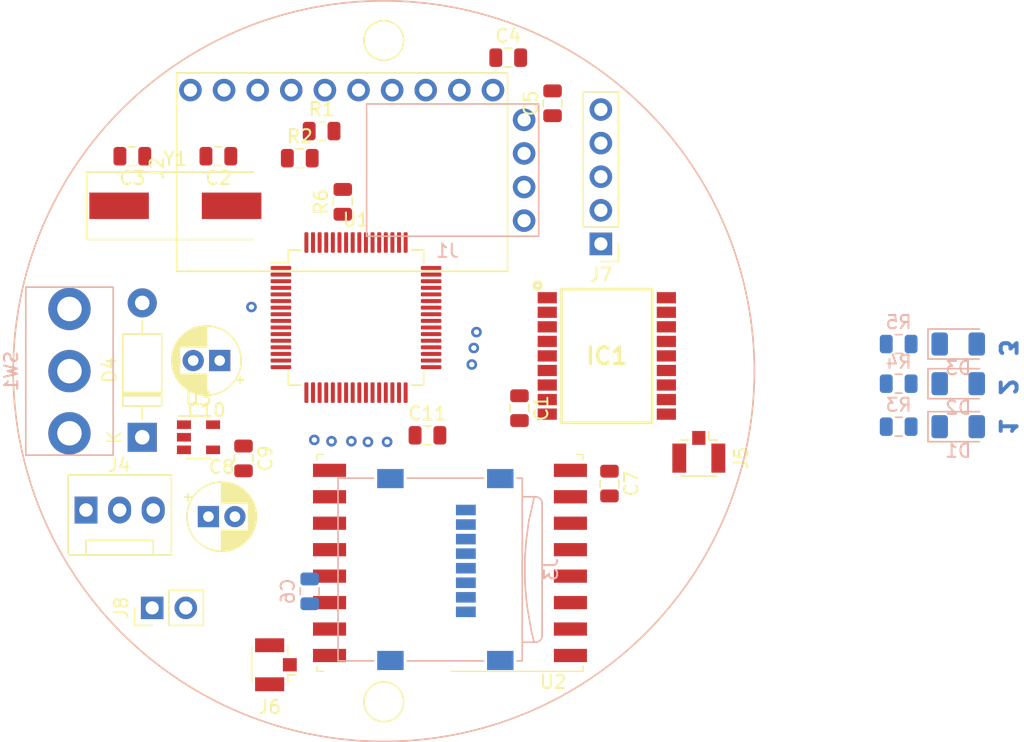
<source format=kicad_pcb>
(kicad_pcb (version 20171130) (host pcbnew "(5.1.4-0-10_14)")

  (general
    (thickness 1.6)
    (drawings 5)
    (tracks 9)
    (zones 0)
    (modules 35)
    (nets 89)
  )

  (page A4)
  (title_block
    (title "Píseň kosmická 2")
    (date 2019-12-26)
    (rev v01)
    (comment 3 CanSat2020Probe)
    (comment 4 "Author: Jakub Vávra/GJN Aerospace")
  )

  (layers
    (0 F.Cu signal)
    (31 B.Cu signal)
    (32 B.Adhes user)
    (33 F.Adhes user)
    (34 B.Paste user)
    (35 F.Paste user)
    (36 B.SilkS user)
    (37 F.SilkS user)
    (38 B.Mask user)
    (39 F.Mask user)
    (40 Dwgs.User user)
    (41 Cmts.User user)
    (42 Eco1.User user)
    (43 Eco2.User user)
    (44 Edge.Cuts user)
    (45 Margin user)
    (46 B.CrtYd user)
    (47 F.CrtYd user)
    (48 B.Fab user)
    (49 F.Fab user)
  )

  (setup
    (last_trace_width 0.25)
    (trace_clearance 0.2)
    (zone_clearance 0.508)
    (zone_45_only no)
    (trace_min 0.2)
    (via_size 0.8)
    (via_drill 0.4)
    (via_min_size 0.4)
    (via_min_drill 0.3)
    (uvia_size 0.3)
    (uvia_drill 0.1)
    (uvias_allowed no)
    (uvia_min_size 0.2)
    (uvia_min_drill 0.1)
    (edge_width 0.05)
    (segment_width 0.2)
    (pcb_text_width 0.3)
    (pcb_text_size 1.5 1.5)
    (mod_edge_width 0.12)
    (mod_text_size 1 1)
    (mod_text_width 0.15)
    (pad_size 1.524 1.524)
    (pad_drill 0.762)
    (pad_to_mask_clearance 0.051)
    (solder_mask_min_width 0.25)
    (aux_axis_origin 0 0)
    (visible_elements FFFFFF7F)
    (pcbplotparams
      (layerselection 0x010fc_ffffffff)
      (usegerberextensions false)
      (usegerberattributes false)
      (usegerberadvancedattributes false)
      (creategerberjobfile false)
      (excludeedgelayer true)
      (linewidth 0.100000)
      (plotframeref false)
      (viasonmask false)
      (mode 1)
      (useauxorigin false)
      (hpglpennumber 1)
      (hpglpenspeed 20)
      (hpglpendiameter 15.000000)
      (psnegative false)
      (psa4output false)
      (plotreference true)
      (plotvalue true)
      (plotinvisibletext false)
      (padsonsilk false)
      (subtractmaskfromsilk false)
      (outputformat 1)
      (mirror false)
      (drillshape 1)
      (scaleselection 1)
      (outputdirectory ""))
  )

  (net 0 "")
  (net 1 GND)
  (net 2 +3V3)
  (net 3 "Net-(C2-Pad1)")
  (net 4 "Net-(C3-Pad2)")
  (net 5 +BATT)
  (net 6 "Net-(C9-Pad1)")
  (net 7 "Net-(D1-Pad2)")
  (net 8 "Net-(D2-Pad2)")
  (net 9 "Net-(D3-Pad2)")
  (net 10 /TX)
  (net 11 /RX)
  (net 12 "Net-(IC1-Pad4)")
  (net 13 "Net-(IC1-Pad5)")
  (net 14 "Net-(IC1-Pad9)")
  (net 15 "Net-(IC1-Pad11)")
  (net 16 "Net-(IC1-Pad13)")
  (net 17 "Net-(IC1-Pad14)")
  (net 18 "Net-(IC1-Pad15)")
  (net 19 "Net-(IC1-Pad16)")
  (net 20 "Net-(IC1-Pad17)")
  (net 21 "Net-(IC1-Pad18)")
  (net 22 /SCL)
  (net 23 /SDA)
  (net 24 "Net-(J2-Pad5)")
  (net 25 "Net-(J2-Pad6)")
  (net 26 "Net-(J2-Pad7)")
  (net 27 "Net-(J2-Pad8)")
  (net 28 "Net-(J2-Pad9)")
  (net 29 "Net-(J2-Pad10)")
  (net 30 "Net-(J3-Pad8)")
  (net 31 /MISO)
  (net 32 /SCK)
  (net 33 /MOSI)
  (net 34 /CS_SD)
  (net 35 "Net-(J3-Pad1)")
  (net 36 "Net-(J4-Pad2)")
  (net 37 "Net-(J6-Pad1)")
  (net 38 /SWCLOCK)
  (net 39 /SWDIO)
  (net 40 /SWO)
  (net 41 /RST)
  (net 42 /DBGTX)
  (net 43 /DBGRX)
  (net 44 "Net-(R3-Pad1)")
  (net 45 "Net-(R4-Pad1)")
  (net 46 "Net-(R5-Pad1)")
  (net 47 "Net-(R6-Pad1)")
  (net 48 "Net-(U1-Pad2)")
  (net 49 "Net-(U1-Pad3)")
  (net 50 "Net-(U1-Pad4)")
  (net 51 "Net-(U1-Pad8)")
  (net 52 "Net-(U1-Pad9)")
  (net 53 "Net-(U1-Pad10)")
  (net 54 "Net-(U1-Pad11)")
  (net 55 "Net-(U1-Pad14)")
  (net 56 "Net-(U1-Pad15)")
  (net 57 "Net-(U1-Pad24)")
  (net 58 "Net-(U1-Pad25)")
  (net 59 "Net-(U1-Pad26)")
  (net 60 "Net-(U1-Pad27)")
  (net 61 "Net-(U1-Pad28)")
  (net 62 "Net-(U1-Pad29)")
  (net 63 "Net-(U1-Pad33)")
  (net 64 "Net-(U1-Pad34)")
  (net 65 "Net-(U1-Pad35)")
  (net 66 "Net-(U1-Pad36)")
  (net 67 "Net-(U1-Pad37)")
  (net 68 /CS_RAD)
  (net 69 /DIO0)
  (net 70 "Net-(U1-Pad45)")
  (net 71 "Net-(U1-Pad46)")
  (net 72 "Net-(U1-Pad51)")
  (net 73 "Net-(U1-Pad52)")
  (net 74 "Net-(U1-Pad53)")
  (net 75 "Net-(U1-Pad54)")
  (net 76 "Net-(U1-Pad56)")
  (net 77 "Net-(U1-Pad57)")
  (net 78 "Net-(U1-Pad58)")
  (net 79 "Net-(U1-Pad59)")
  (net 80 "Net-(U2-Pad16)")
  (net 81 "Net-(U2-Pad7)")
  (net 82 "Net-(U2-Pad6)")
  (net 83 "Net-(U2-Pad5)")
  (net 84 "Net-(U2-Pad4)")
  (net 85 "Net-(U2-Pad3)")
  (net 86 "Net-(U2-Pad1)")
  (net 87 "Net-(C11-Pad1)")
  (net 88 "Net-(J4-Pad1)")

  (net_class Default "This is the default net class."
    (clearance 0.2)
    (trace_width 0.25)
    (via_dia 0.8)
    (via_drill 0.4)
    (uvia_dia 0.3)
    (uvia_drill 0.1)
    (add_net +3V3)
    (add_net +BATT)
    (add_net /CS_RAD)
    (add_net /CS_SD)
    (add_net /DBGRX)
    (add_net /DBGTX)
    (add_net /DIO0)
    (add_net /MISO)
    (add_net /MOSI)
    (add_net /RST)
    (add_net /RX)
    (add_net /SCK)
    (add_net /SCL)
    (add_net /SDA)
    (add_net /SWCLOCK)
    (add_net /SWDIO)
    (add_net /SWO)
    (add_net /TX)
    (add_net GND)
    (add_net "Net-(C11-Pad1)")
    (add_net "Net-(C2-Pad1)")
    (add_net "Net-(C3-Pad2)")
    (add_net "Net-(C9-Pad1)")
    (add_net "Net-(D1-Pad2)")
    (add_net "Net-(D2-Pad2)")
    (add_net "Net-(D3-Pad2)")
    (add_net "Net-(IC1-Pad11)")
    (add_net "Net-(IC1-Pad13)")
    (add_net "Net-(IC1-Pad14)")
    (add_net "Net-(IC1-Pad15)")
    (add_net "Net-(IC1-Pad16)")
    (add_net "Net-(IC1-Pad17)")
    (add_net "Net-(IC1-Pad18)")
    (add_net "Net-(IC1-Pad4)")
    (add_net "Net-(IC1-Pad5)")
    (add_net "Net-(IC1-Pad9)")
    (add_net "Net-(J2-Pad10)")
    (add_net "Net-(J2-Pad5)")
    (add_net "Net-(J2-Pad6)")
    (add_net "Net-(J2-Pad7)")
    (add_net "Net-(J2-Pad8)")
    (add_net "Net-(J2-Pad9)")
    (add_net "Net-(J3-Pad1)")
    (add_net "Net-(J3-Pad8)")
    (add_net "Net-(J4-Pad1)")
    (add_net "Net-(J4-Pad2)")
    (add_net "Net-(J6-Pad1)")
    (add_net "Net-(R3-Pad1)")
    (add_net "Net-(R4-Pad1)")
    (add_net "Net-(R5-Pad1)")
    (add_net "Net-(R6-Pad1)")
    (add_net "Net-(U1-Pad10)")
    (add_net "Net-(U1-Pad11)")
    (add_net "Net-(U1-Pad14)")
    (add_net "Net-(U1-Pad15)")
    (add_net "Net-(U1-Pad2)")
    (add_net "Net-(U1-Pad24)")
    (add_net "Net-(U1-Pad25)")
    (add_net "Net-(U1-Pad26)")
    (add_net "Net-(U1-Pad27)")
    (add_net "Net-(U1-Pad28)")
    (add_net "Net-(U1-Pad29)")
    (add_net "Net-(U1-Pad3)")
    (add_net "Net-(U1-Pad33)")
    (add_net "Net-(U1-Pad34)")
    (add_net "Net-(U1-Pad35)")
    (add_net "Net-(U1-Pad36)")
    (add_net "Net-(U1-Pad37)")
    (add_net "Net-(U1-Pad4)")
    (add_net "Net-(U1-Pad45)")
    (add_net "Net-(U1-Pad46)")
    (add_net "Net-(U1-Pad51)")
    (add_net "Net-(U1-Pad52)")
    (add_net "Net-(U1-Pad53)")
    (add_net "Net-(U1-Pad54)")
    (add_net "Net-(U1-Pad56)")
    (add_net "Net-(U1-Pad57)")
    (add_net "Net-(U1-Pad58)")
    (add_net "Net-(U1-Pad59)")
    (add_net "Net-(U1-Pad8)")
    (add_net "Net-(U1-Pad9)")
    (add_net "Net-(U2-Pad1)")
    (add_net "Net-(U2-Pad16)")
    (add_net "Net-(U2-Pad3)")
    (add_net "Net-(U2-Pad4)")
    (add_net "Net-(U2-Pad5)")
    (add_net "Net-(U2-Pad6)")
    (add_net "Net-(U2-Pad7)")
  )

  (module Capacitor_THT:CP_Radial_D5.0mm_P2.00mm (layer F.Cu) (tedit 5AE50EF0) (tstamp 5E0FD8E9)
    (at 136.75 111)
    (descr "CP, Radial series, Radial, pin pitch=2.00mm, , diameter=5mm, Electrolytic Capacitor")
    (tags "CP Radial series Radial pin pitch 2.00mm  diameter 5mm Electrolytic Capacitor")
    (path /5DDBBBB2)
    (fp_text reference C8 (at 1 -3.75) (layer F.SilkS)
      (effects (font (size 1 1) (thickness 0.15)))
    )
    (fp_text value 47uF (at 1 3.75) (layer F.Fab)
      (effects (font (size 1 1) (thickness 0.15)))
    )
    (fp_circle (center 1 0) (end 3.5 0) (layer F.Fab) (width 0.1))
    (fp_circle (center 1 0) (end 3.62 0) (layer F.SilkS) (width 0.12))
    (fp_circle (center 1 0) (end 3.75 0) (layer F.CrtYd) (width 0.05))
    (fp_line (start -1.133605 -1.0875) (end -0.633605 -1.0875) (layer F.Fab) (width 0.1))
    (fp_line (start -0.883605 -1.3375) (end -0.883605 -0.8375) (layer F.Fab) (width 0.1))
    (fp_line (start 1 1.04) (end 1 2.58) (layer F.SilkS) (width 0.12))
    (fp_line (start 1 -2.58) (end 1 -1.04) (layer F.SilkS) (width 0.12))
    (fp_line (start 1.04 1.04) (end 1.04 2.58) (layer F.SilkS) (width 0.12))
    (fp_line (start 1.04 -2.58) (end 1.04 -1.04) (layer F.SilkS) (width 0.12))
    (fp_line (start 1.08 -2.579) (end 1.08 -1.04) (layer F.SilkS) (width 0.12))
    (fp_line (start 1.08 1.04) (end 1.08 2.579) (layer F.SilkS) (width 0.12))
    (fp_line (start 1.12 -2.578) (end 1.12 -1.04) (layer F.SilkS) (width 0.12))
    (fp_line (start 1.12 1.04) (end 1.12 2.578) (layer F.SilkS) (width 0.12))
    (fp_line (start 1.16 -2.576) (end 1.16 -1.04) (layer F.SilkS) (width 0.12))
    (fp_line (start 1.16 1.04) (end 1.16 2.576) (layer F.SilkS) (width 0.12))
    (fp_line (start 1.2 -2.573) (end 1.2 -1.04) (layer F.SilkS) (width 0.12))
    (fp_line (start 1.2 1.04) (end 1.2 2.573) (layer F.SilkS) (width 0.12))
    (fp_line (start 1.24 -2.569) (end 1.24 -1.04) (layer F.SilkS) (width 0.12))
    (fp_line (start 1.24 1.04) (end 1.24 2.569) (layer F.SilkS) (width 0.12))
    (fp_line (start 1.28 -2.565) (end 1.28 -1.04) (layer F.SilkS) (width 0.12))
    (fp_line (start 1.28 1.04) (end 1.28 2.565) (layer F.SilkS) (width 0.12))
    (fp_line (start 1.32 -2.561) (end 1.32 -1.04) (layer F.SilkS) (width 0.12))
    (fp_line (start 1.32 1.04) (end 1.32 2.561) (layer F.SilkS) (width 0.12))
    (fp_line (start 1.36 -2.556) (end 1.36 -1.04) (layer F.SilkS) (width 0.12))
    (fp_line (start 1.36 1.04) (end 1.36 2.556) (layer F.SilkS) (width 0.12))
    (fp_line (start 1.4 -2.55) (end 1.4 -1.04) (layer F.SilkS) (width 0.12))
    (fp_line (start 1.4 1.04) (end 1.4 2.55) (layer F.SilkS) (width 0.12))
    (fp_line (start 1.44 -2.543) (end 1.44 -1.04) (layer F.SilkS) (width 0.12))
    (fp_line (start 1.44 1.04) (end 1.44 2.543) (layer F.SilkS) (width 0.12))
    (fp_line (start 1.48 -2.536) (end 1.48 -1.04) (layer F.SilkS) (width 0.12))
    (fp_line (start 1.48 1.04) (end 1.48 2.536) (layer F.SilkS) (width 0.12))
    (fp_line (start 1.52 -2.528) (end 1.52 -1.04) (layer F.SilkS) (width 0.12))
    (fp_line (start 1.52 1.04) (end 1.52 2.528) (layer F.SilkS) (width 0.12))
    (fp_line (start 1.56 -2.52) (end 1.56 -1.04) (layer F.SilkS) (width 0.12))
    (fp_line (start 1.56 1.04) (end 1.56 2.52) (layer F.SilkS) (width 0.12))
    (fp_line (start 1.6 -2.511) (end 1.6 -1.04) (layer F.SilkS) (width 0.12))
    (fp_line (start 1.6 1.04) (end 1.6 2.511) (layer F.SilkS) (width 0.12))
    (fp_line (start 1.64 -2.501) (end 1.64 -1.04) (layer F.SilkS) (width 0.12))
    (fp_line (start 1.64 1.04) (end 1.64 2.501) (layer F.SilkS) (width 0.12))
    (fp_line (start 1.68 -2.491) (end 1.68 -1.04) (layer F.SilkS) (width 0.12))
    (fp_line (start 1.68 1.04) (end 1.68 2.491) (layer F.SilkS) (width 0.12))
    (fp_line (start 1.721 -2.48) (end 1.721 -1.04) (layer F.SilkS) (width 0.12))
    (fp_line (start 1.721 1.04) (end 1.721 2.48) (layer F.SilkS) (width 0.12))
    (fp_line (start 1.761 -2.468) (end 1.761 -1.04) (layer F.SilkS) (width 0.12))
    (fp_line (start 1.761 1.04) (end 1.761 2.468) (layer F.SilkS) (width 0.12))
    (fp_line (start 1.801 -2.455) (end 1.801 -1.04) (layer F.SilkS) (width 0.12))
    (fp_line (start 1.801 1.04) (end 1.801 2.455) (layer F.SilkS) (width 0.12))
    (fp_line (start 1.841 -2.442) (end 1.841 -1.04) (layer F.SilkS) (width 0.12))
    (fp_line (start 1.841 1.04) (end 1.841 2.442) (layer F.SilkS) (width 0.12))
    (fp_line (start 1.881 -2.428) (end 1.881 -1.04) (layer F.SilkS) (width 0.12))
    (fp_line (start 1.881 1.04) (end 1.881 2.428) (layer F.SilkS) (width 0.12))
    (fp_line (start 1.921 -2.414) (end 1.921 -1.04) (layer F.SilkS) (width 0.12))
    (fp_line (start 1.921 1.04) (end 1.921 2.414) (layer F.SilkS) (width 0.12))
    (fp_line (start 1.961 -2.398) (end 1.961 -1.04) (layer F.SilkS) (width 0.12))
    (fp_line (start 1.961 1.04) (end 1.961 2.398) (layer F.SilkS) (width 0.12))
    (fp_line (start 2.001 -2.382) (end 2.001 -1.04) (layer F.SilkS) (width 0.12))
    (fp_line (start 2.001 1.04) (end 2.001 2.382) (layer F.SilkS) (width 0.12))
    (fp_line (start 2.041 -2.365) (end 2.041 -1.04) (layer F.SilkS) (width 0.12))
    (fp_line (start 2.041 1.04) (end 2.041 2.365) (layer F.SilkS) (width 0.12))
    (fp_line (start 2.081 -2.348) (end 2.081 -1.04) (layer F.SilkS) (width 0.12))
    (fp_line (start 2.081 1.04) (end 2.081 2.348) (layer F.SilkS) (width 0.12))
    (fp_line (start 2.121 -2.329) (end 2.121 -1.04) (layer F.SilkS) (width 0.12))
    (fp_line (start 2.121 1.04) (end 2.121 2.329) (layer F.SilkS) (width 0.12))
    (fp_line (start 2.161 -2.31) (end 2.161 -1.04) (layer F.SilkS) (width 0.12))
    (fp_line (start 2.161 1.04) (end 2.161 2.31) (layer F.SilkS) (width 0.12))
    (fp_line (start 2.201 -2.29) (end 2.201 -1.04) (layer F.SilkS) (width 0.12))
    (fp_line (start 2.201 1.04) (end 2.201 2.29) (layer F.SilkS) (width 0.12))
    (fp_line (start 2.241 -2.268) (end 2.241 -1.04) (layer F.SilkS) (width 0.12))
    (fp_line (start 2.241 1.04) (end 2.241 2.268) (layer F.SilkS) (width 0.12))
    (fp_line (start 2.281 -2.247) (end 2.281 -1.04) (layer F.SilkS) (width 0.12))
    (fp_line (start 2.281 1.04) (end 2.281 2.247) (layer F.SilkS) (width 0.12))
    (fp_line (start 2.321 -2.224) (end 2.321 -1.04) (layer F.SilkS) (width 0.12))
    (fp_line (start 2.321 1.04) (end 2.321 2.224) (layer F.SilkS) (width 0.12))
    (fp_line (start 2.361 -2.2) (end 2.361 -1.04) (layer F.SilkS) (width 0.12))
    (fp_line (start 2.361 1.04) (end 2.361 2.2) (layer F.SilkS) (width 0.12))
    (fp_line (start 2.401 -2.175) (end 2.401 -1.04) (layer F.SilkS) (width 0.12))
    (fp_line (start 2.401 1.04) (end 2.401 2.175) (layer F.SilkS) (width 0.12))
    (fp_line (start 2.441 -2.149) (end 2.441 -1.04) (layer F.SilkS) (width 0.12))
    (fp_line (start 2.441 1.04) (end 2.441 2.149) (layer F.SilkS) (width 0.12))
    (fp_line (start 2.481 -2.122) (end 2.481 -1.04) (layer F.SilkS) (width 0.12))
    (fp_line (start 2.481 1.04) (end 2.481 2.122) (layer F.SilkS) (width 0.12))
    (fp_line (start 2.521 -2.095) (end 2.521 -1.04) (layer F.SilkS) (width 0.12))
    (fp_line (start 2.521 1.04) (end 2.521 2.095) (layer F.SilkS) (width 0.12))
    (fp_line (start 2.561 -2.065) (end 2.561 -1.04) (layer F.SilkS) (width 0.12))
    (fp_line (start 2.561 1.04) (end 2.561 2.065) (layer F.SilkS) (width 0.12))
    (fp_line (start 2.601 -2.035) (end 2.601 -1.04) (layer F.SilkS) (width 0.12))
    (fp_line (start 2.601 1.04) (end 2.601 2.035) (layer F.SilkS) (width 0.12))
    (fp_line (start 2.641 -2.004) (end 2.641 -1.04) (layer F.SilkS) (width 0.12))
    (fp_line (start 2.641 1.04) (end 2.641 2.004) (layer F.SilkS) (width 0.12))
    (fp_line (start 2.681 -1.971) (end 2.681 -1.04) (layer F.SilkS) (width 0.12))
    (fp_line (start 2.681 1.04) (end 2.681 1.971) (layer F.SilkS) (width 0.12))
    (fp_line (start 2.721 -1.937) (end 2.721 -1.04) (layer F.SilkS) (width 0.12))
    (fp_line (start 2.721 1.04) (end 2.721 1.937) (layer F.SilkS) (width 0.12))
    (fp_line (start 2.761 -1.901) (end 2.761 -1.04) (layer F.SilkS) (width 0.12))
    (fp_line (start 2.761 1.04) (end 2.761 1.901) (layer F.SilkS) (width 0.12))
    (fp_line (start 2.801 -1.864) (end 2.801 -1.04) (layer F.SilkS) (width 0.12))
    (fp_line (start 2.801 1.04) (end 2.801 1.864) (layer F.SilkS) (width 0.12))
    (fp_line (start 2.841 -1.826) (end 2.841 -1.04) (layer F.SilkS) (width 0.12))
    (fp_line (start 2.841 1.04) (end 2.841 1.826) (layer F.SilkS) (width 0.12))
    (fp_line (start 2.881 -1.785) (end 2.881 -1.04) (layer F.SilkS) (width 0.12))
    (fp_line (start 2.881 1.04) (end 2.881 1.785) (layer F.SilkS) (width 0.12))
    (fp_line (start 2.921 -1.743) (end 2.921 -1.04) (layer F.SilkS) (width 0.12))
    (fp_line (start 2.921 1.04) (end 2.921 1.743) (layer F.SilkS) (width 0.12))
    (fp_line (start 2.961 -1.699) (end 2.961 -1.04) (layer F.SilkS) (width 0.12))
    (fp_line (start 2.961 1.04) (end 2.961 1.699) (layer F.SilkS) (width 0.12))
    (fp_line (start 3.001 -1.653) (end 3.001 -1.04) (layer F.SilkS) (width 0.12))
    (fp_line (start 3.001 1.04) (end 3.001 1.653) (layer F.SilkS) (width 0.12))
    (fp_line (start 3.041 -1.605) (end 3.041 1.605) (layer F.SilkS) (width 0.12))
    (fp_line (start 3.081 -1.554) (end 3.081 1.554) (layer F.SilkS) (width 0.12))
    (fp_line (start 3.121 -1.5) (end 3.121 1.5) (layer F.SilkS) (width 0.12))
    (fp_line (start 3.161 -1.443) (end 3.161 1.443) (layer F.SilkS) (width 0.12))
    (fp_line (start 3.201 -1.383) (end 3.201 1.383) (layer F.SilkS) (width 0.12))
    (fp_line (start 3.241 -1.319) (end 3.241 1.319) (layer F.SilkS) (width 0.12))
    (fp_line (start 3.281 -1.251) (end 3.281 1.251) (layer F.SilkS) (width 0.12))
    (fp_line (start 3.321 -1.178) (end 3.321 1.178) (layer F.SilkS) (width 0.12))
    (fp_line (start 3.361 -1.098) (end 3.361 1.098) (layer F.SilkS) (width 0.12))
    (fp_line (start 3.401 -1.011) (end 3.401 1.011) (layer F.SilkS) (width 0.12))
    (fp_line (start 3.441 -0.915) (end 3.441 0.915) (layer F.SilkS) (width 0.12))
    (fp_line (start 3.481 -0.805) (end 3.481 0.805) (layer F.SilkS) (width 0.12))
    (fp_line (start 3.521 -0.677) (end 3.521 0.677) (layer F.SilkS) (width 0.12))
    (fp_line (start 3.561 -0.518) (end 3.561 0.518) (layer F.SilkS) (width 0.12))
    (fp_line (start 3.601 -0.284) (end 3.601 0.284) (layer F.SilkS) (width 0.12))
    (fp_line (start -1.804775 -1.475) (end -1.304775 -1.475) (layer F.SilkS) (width 0.12))
    (fp_line (start -1.554775 -1.725) (end -1.554775 -1.225) (layer F.SilkS) (width 0.12))
    (fp_text user %R (at 1 0) (layer F.Fab)
      (effects (font (size 1 1) (thickness 0.15)))
    )
    (pad 1 thru_hole rect (at 0 0) (size 1.6 1.6) (drill 0.8) (layers *.Cu *.Mask)
      (net 5 +BATT))
    (pad 2 thru_hole circle (at 2 0) (size 1.6 1.6) (drill 0.8) (layers *.Cu *.Mask)
      (net 1 GND))
    (model ${KISYS3DMOD}/Capacitor_THT.3dshapes/CP_Radial_D5.0mm_P2.00mm.wrl
      (at (xyz 0 0 0))
      (scale (xyz 1 1 1))
      (rotate (xyz 0 0 0))
    )
  )

  (module Capacitor_SMD:C_0805_2012Metric (layer F.Cu) (tedit 5B36C52B) (tstamp 5E0FD8FA)
    (at 139.4 106.6 270)
    (descr "Capacitor SMD 0805 (2012 Metric), square (rectangular) end terminal, IPC_7351 nominal, (Body size source: https://docs.google.com/spreadsheets/d/1BsfQQcO9C6DZCsRaXUlFlo91Tg2WpOkGARC1WS5S8t0/edit?usp=sharing), generated with kicad-footprint-generator")
    (tags capacitor)
    (path /5DDC7AEE)
    (attr smd)
    (fp_text reference C9 (at 0 -1.65 90) (layer F.SilkS)
      (effects (font (size 1 1) (thickness 0.15)))
    )
    (fp_text value 10nF (at 0 1.65 90) (layer F.Fab)
      (effects (font (size 1 1) (thickness 0.15)))
    )
    (fp_line (start -1 0.6) (end -1 -0.6) (layer F.Fab) (width 0.1))
    (fp_line (start -1 -0.6) (end 1 -0.6) (layer F.Fab) (width 0.1))
    (fp_line (start 1 -0.6) (end 1 0.6) (layer F.Fab) (width 0.1))
    (fp_line (start 1 0.6) (end -1 0.6) (layer F.Fab) (width 0.1))
    (fp_line (start -0.258578 -0.71) (end 0.258578 -0.71) (layer F.SilkS) (width 0.12))
    (fp_line (start -0.258578 0.71) (end 0.258578 0.71) (layer F.SilkS) (width 0.12))
    (fp_line (start -1.68 0.95) (end -1.68 -0.95) (layer F.CrtYd) (width 0.05))
    (fp_line (start -1.68 -0.95) (end 1.68 -0.95) (layer F.CrtYd) (width 0.05))
    (fp_line (start 1.68 -0.95) (end 1.68 0.95) (layer F.CrtYd) (width 0.05))
    (fp_line (start 1.68 0.95) (end -1.68 0.95) (layer F.CrtYd) (width 0.05))
    (fp_text user %R (at 0 0 90) (layer F.Fab)
      (effects (font (size 0.5 0.5) (thickness 0.08)))
    )
    (pad 1 smd roundrect (at -0.9375 0 270) (size 0.975 1.4) (layers F.Cu F.Paste F.Mask) (roundrect_rratio 0.25)
      (net 6 "Net-(C9-Pad1)"))
    (pad 2 smd roundrect (at 0.9375 0 270) (size 0.975 1.4) (layers F.Cu F.Paste F.Mask) (roundrect_rratio 0.25)
      (net 1 GND))
    (model ${KISYS3DMOD}/Capacitor_SMD.3dshapes/C_0805_2012Metric.wrl
      (at (xyz 0 0 0))
      (scale (xyz 1 1 1))
      (rotate (xyz 0 0 0))
    )
  )

  (module Capacitor_THT:CP_Radial_D5.0mm_P2.00mm (layer F.Cu) (tedit 5AE50EF0) (tstamp 5E0FD97D)
    (at 137.6 99.2 180)
    (descr "CP, Radial series, Radial, pin pitch=2.00mm, , diameter=5mm, Electrolytic Capacitor")
    (tags "CP Radial series Radial pin pitch 2.00mm  diameter 5mm Electrolytic Capacitor")
    (path /5DDBC64A)
    (fp_text reference C10 (at 1 -3.75) (layer F.SilkS)
      (effects (font (size 1 1) (thickness 0.15)))
    )
    (fp_text value 47uF (at 1 3.75) (layer F.Fab)
      (effects (font (size 1 1) (thickness 0.15)))
    )
    (fp_text user %R (at 1 0) (layer F.Fab)
      (effects (font (size 1 1) (thickness 0.15)))
    )
    (fp_line (start -1.554775 -1.725) (end -1.554775 -1.225) (layer F.SilkS) (width 0.12))
    (fp_line (start -1.804775 -1.475) (end -1.304775 -1.475) (layer F.SilkS) (width 0.12))
    (fp_line (start 3.601 -0.284) (end 3.601 0.284) (layer F.SilkS) (width 0.12))
    (fp_line (start 3.561 -0.518) (end 3.561 0.518) (layer F.SilkS) (width 0.12))
    (fp_line (start 3.521 -0.677) (end 3.521 0.677) (layer F.SilkS) (width 0.12))
    (fp_line (start 3.481 -0.805) (end 3.481 0.805) (layer F.SilkS) (width 0.12))
    (fp_line (start 3.441 -0.915) (end 3.441 0.915) (layer F.SilkS) (width 0.12))
    (fp_line (start 3.401 -1.011) (end 3.401 1.011) (layer F.SilkS) (width 0.12))
    (fp_line (start 3.361 -1.098) (end 3.361 1.098) (layer F.SilkS) (width 0.12))
    (fp_line (start 3.321 -1.178) (end 3.321 1.178) (layer F.SilkS) (width 0.12))
    (fp_line (start 3.281 -1.251) (end 3.281 1.251) (layer F.SilkS) (width 0.12))
    (fp_line (start 3.241 -1.319) (end 3.241 1.319) (layer F.SilkS) (width 0.12))
    (fp_line (start 3.201 -1.383) (end 3.201 1.383) (layer F.SilkS) (width 0.12))
    (fp_line (start 3.161 -1.443) (end 3.161 1.443) (layer F.SilkS) (width 0.12))
    (fp_line (start 3.121 -1.5) (end 3.121 1.5) (layer F.SilkS) (width 0.12))
    (fp_line (start 3.081 -1.554) (end 3.081 1.554) (layer F.SilkS) (width 0.12))
    (fp_line (start 3.041 -1.605) (end 3.041 1.605) (layer F.SilkS) (width 0.12))
    (fp_line (start 3.001 1.04) (end 3.001 1.653) (layer F.SilkS) (width 0.12))
    (fp_line (start 3.001 -1.653) (end 3.001 -1.04) (layer F.SilkS) (width 0.12))
    (fp_line (start 2.961 1.04) (end 2.961 1.699) (layer F.SilkS) (width 0.12))
    (fp_line (start 2.961 -1.699) (end 2.961 -1.04) (layer F.SilkS) (width 0.12))
    (fp_line (start 2.921 1.04) (end 2.921 1.743) (layer F.SilkS) (width 0.12))
    (fp_line (start 2.921 -1.743) (end 2.921 -1.04) (layer F.SilkS) (width 0.12))
    (fp_line (start 2.881 1.04) (end 2.881 1.785) (layer F.SilkS) (width 0.12))
    (fp_line (start 2.881 -1.785) (end 2.881 -1.04) (layer F.SilkS) (width 0.12))
    (fp_line (start 2.841 1.04) (end 2.841 1.826) (layer F.SilkS) (width 0.12))
    (fp_line (start 2.841 -1.826) (end 2.841 -1.04) (layer F.SilkS) (width 0.12))
    (fp_line (start 2.801 1.04) (end 2.801 1.864) (layer F.SilkS) (width 0.12))
    (fp_line (start 2.801 -1.864) (end 2.801 -1.04) (layer F.SilkS) (width 0.12))
    (fp_line (start 2.761 1.04) (end 2.761 1.901) (layer F.SilkS) (width 0.12))
    (fp_line (start 2.761 -1.901) (end 2.761 -1.04) (layer F.SilkS) (width 0.12))
    (fp_line (start 2.721 1.04) (end 2.721 1.937) (layer F.SilkS) (width 0.12))
    (fp_line (start 2.721 -1.937) (end 2.721 -1.04) (layer F.SilkS) (width 0.12))
    (fp_line (start 2.681 1.04) (end 2.681 1.971) (layer F.SilkS) (width 0.12))
    (fp_line (start 2.681 -1.971) (end 2.681 -1.04) (layer F.SilkS) (width 0.12))
    (fp_line (start 2.641 1.04) (end 2.641 2.004) (layer F.SilkS) (width 0.12))
    (fp_line (start 2.641 -2.004) (end 2.641 -1.04) (layer F.SilkS) (width 0.12))
    (fp_line (start 2.601 1.04) (end 2.601 2.035) (layer F.SilkS) (width 0.12))
    (fp_line (start 2.601 -2.035) (end 2.601 -1.04) (layer F.SilkS) (width 0.12))
    (fp_line (start 2.561 1.04) (end 2.561 2.065) (layer F.SilkS) (width 0.12))
    (fp_line (start 2.561 -2.065) (end 2.561 -1.04) (layer F.SilkS) (width 0.12))
    (fp_line (start 2.521 1.04) (end 2.521 2.095) (layer F.SilkS) (width 0.12))
    (fp_line (start 2.521 -2.095) (end 2.521 -1.04) (layer F.SilkS) (width 0.12))
    (fp_line (start 2.481 1.04) (end 2.481 2.122) (layer F.SilkS) (width 0.12))
    (fp_line (start 2.481 -2.122) (end 2.481 -1.04) (layer F.SilkS) (width 0.12))
    (fp_line (start 2.441 1.04) (end 2.441 2.149) (layer F.SilkS) (width 0.12))
    (fp_line (start 2.441 -2.149) (end 2.441 -1.04) (layer F.SilkS) (width 0.12))
    (fp_line (start 2.401 1.04) (end 2.401 2.175) (layer F.SilkS) (width 0.12))
    (fp_line (start 2.401 -2.175) (end 2.401 -1.04) (layer F.SilkS) (width 0.12))
    (fp_line (start 2.361 1.04) (end 2.361 2.2) (layer F.SilkS) (width 0.12))
    (fp_line (start 2.361 -2.2) (end 2.361 -1.04) (layer F.SilkS) (width 0.12))
    (fp_line (start 2.321 1.04) (end 2.321 2.224) (layer F.SilkS) (width 0.12))
    (fp_line (start 2.321 -2.224) (end 2.321 -1.04) (layer F.SilkS) (width 0.12))
    (fp_line (start 2.281 1.04) (end 2.281 2.247) (layer F.SilkS) (width 0.12))
    (fp_line (start 2.281 -2.247) (end 2.281 -1.04) (layer F.SilkS) (width 0.12))
    (fp_line (start 2.241 1.04) (end 2.241 2.268) (layer F.SilkS) (width 0.12))
    (fp_line (start 2.241 -2.268) (end 2.241 -1.04) (layer F.SilkS) (width 0.12))
    (fp_line (start 2.201 1.04) (end 2.201 2.29) (layer F.SilkS) (width 0.12))
    (fp_line (start 2.201 -2.29) (end 2.201 -1.04) (layer F.SilkS) (width 0.12))
    (fp_line (start 2.161 1.04) (end 2.161 2.31) (layer F.SilkS) (width 0.12))
    (fp_line (start 2.161 -2.31) (end 2.161 -1.04) (layer F.SilkS) (width 0.12))
    (fp_line (start 2.121 1.04) (end 2.121 2.329) (layer F.SilkS) (width 0.12))
    (fp_line (start 2.121 -2.329) (end 2.121 -1.04) (layer F.SilkS) (width 0.12))
    (fp_line (start 2.081 1.04) (end 2.081 2.348) (layer F.SilkS) (width 0.12))
    (fp_line (start 2.081 -2.348) (end 2.081 -1.04) (layer F.SilkS) (width 0.12))
    (fp_line (start 2.041 1.04) (end 2.041 2.365) (layer F.SilkS) (width 0.12))
    (fp_line (start 2.041 -2.365) (end 2.041 -1.04) (layer F.SilkS) (width 0.12))
    (fp_line (start 2.001 1.04) (end 2.001 2.382) (layer F.SilkS) (width 0.12))
    (fp_line (start 2.001 -2.382) (end 2.001 -1.04) (layer F.SilkS) (width 0.12))
    (fp_line (start 1.961 1.04) (end 1.961 2.398) (layer F.SilkS) (width 0.12))
    (fp_line (start 1.961 -2.398) (end 1.961 -1.04) (layer F.SilkS) (width 0.12))
    (fp_line (start 1.921 1.04) (end 1.921 2.414) (layer F.SilkS) (width 0.12))
    (fp_line (start 1.921 -2.414) (end 1.921 -1.04) (layer F.SilkS) (width 0.12))
    (fp_line (start 1.881 1.04) (end 1.881 2.428) (layer F.SilkS) (width 0.12))
    (fp_line (start 1.881 -2.428) (end 1.881 -1.04) (layer F.SilkS) (width 0.12))
    (fp_line (start 1.841 1.04) (end 1.841 2.442) (layer F.SilkS) (width 0.12))
    (fp_line (start 1.841 -2.442) (end 1.841 -1.04) (layer F.SilkS) (width 0.12))
    (fp_line (start 1.801 1.04) (end 1.801 2.455) (layer F.SilkS) (width 0.12))
    (fp_line (start 1.801 -2.455) (end 1.801 -1.04) (layer F.SilkS) (width 0.12))
    (fp_line (start 1.761 1.04) (end 1.761 2.468) (layer F.SilkS) (width 0.12))
    (fp_line (start 1.761 -2.468) (end 1.761 -1.04) (layer F.SilkS) (width 0.12))
    (fp_line (start 1.721 1.04) (end 1.721 2.48) (layer F.SilkS) (width 0.12))
    (fp_line (start 1.721 -2.48) (end 1.721 -1.04) (layer F.SilkS) (width 0.12))
    (fp_line (start 1.68 1.04) (end 1.68 2.491) (layer F.SilkS) (width 0.12))
    (fp_line (start 1.68 -2.491) (end 1.68 -1.04) (layer F.SilkS) (width 0.12))
    (fp_line (start 1.64 1.04) (end 1.64 2.501) (layer F.SilkS) (width 0.12))
    (fp_line (start 1.64 -2.501) (end 1.64 -1.04) (layer F.SilkS) (width 0.12))
    (fp_line (start 1.6 1.04) (end 1.6 2.511) (layer F.SilkS) (width 0.12))
    (fp_line (start 1.6 -2.511) (end 1.6 -1.04) (layer F.SilkS) (width 0.12))
    (fp_line (start 1.56 1.04) (end 1.56 2.52) (layer F.SilkS) (width 0.12))
    (fp_line (start 1.56 -2.52) (end 1.56 -1.04) (layer F.SilkS) (width 0.12))
    (fp_line (start 1.52 1.04) (end 1.52 2.528) (layer F.SilkS) (width 0.12))
    (fp_line (start 1.52 -2.528) (end 1.52 -1.04) (layer F.SilkS) (width 0.12))
    (fp_line (start 1.48 1.04) (end 1.48 2.536) (layer F.SilkS) (width 0.12))
    (fp_line (start 1.48 -2.536) (end 1.48 -1.04) (layer F.SilkS) (width 0.12))
    (fp_line (start 1.44 1.04) (end 1.44 2.543) (layer F.SilkS) (width 0.12))
    (fp_line (start 1.44 -2.543) (end 1.44 -1.04) (layer F.SilkS) (width 0.12))
    (fp_line (start 1.4 1.04) (end 1.4 2.55) (layer F.SilkS) (width 0.12))
    (fp_line (start 1.4 -2.55) (end 1.4 -1.04) (layer F.SilkS) (width 0.12))
    (fp_line (start 1.36 1.04) (end 1.36 2.556) (layer F.SilkS) (width 0.12))
    (fp_line (start 1.36 -2.556) (end 1.36 -1.04) (layer F.SilkS) (width 0.12))
    (fp_line (start 1.32 1.04) (end 1.32 2.561) (layer F.SilkS) (width 0.12))
    (fp_line (start 1.32 -2.561) (end 1.32 -1.04) (layer F.SilkS) (width 0.12))
    (fp_line (start 1.28 1.04) (end 1.28 2.565) (layer F.SilkS) (width 0.12))
    (fp_line (start 1.28 -2.565) (end 1.28 -1.04) (layer F.SilkS) (width 0.12))
    (fp_line (start 1.24 1.04) (end 1.24 2.569) (layer F.SilkS) (width 0.12))
    (fp_line (start 1.24 -2.569) (end 1.24 -1.04) (layer F.SilkS) (width 0.12))
    (fp_line (start 1.2 1.04) (end 1.2 2.573) (layer F.SilkS) (width 0.12))
    (fp_line (start 1.2 -2.573) (end 1.2 -1.04) (layer F.SilkS) (width 0.12))
    (fp_line (start 1.16 1.04) (end 1.16 2.576) (layer F.SilkS) (width 0.12))
    (fp_line (start 1.16 -2.576) (end 1.16 -1.04) (layer F.SilkS) (width 0.12))
    (fp_line (start 1.12 1.04) (end 1.12 2.578) (layer F.SilkS) (width 0.12))
    (fp_line (start 1.12 -2.578) (end 1.12 -1.04) (layer F.SilkS) (width 0.12))
    (fp_line (start 1.08 1.04) (end 1.08 2.579) (layer F.SilkS) (width 0.12))
    (fp_line (start 1.08 -2.579) (end 1.08 -1.04) (layer F.SilkS) (width 0.12))
    (fp_line (start 1.04 -2.58) (end 1.04 -1.04) (layer F.SilkS) (width 0.12))
    (fp_line (start 1.04 1.04) (end 1.04 2.58) (layer F.SilkS) (width 0.12))
    (fp_line (start 1 -2.58) (end 1 -1.04) (layer F.SilkS) (width 0.12))
    (fp_line (start 1 1.04) (end 1 2.58) (layer F.SilkS) (width 0.12))
    (fp_line (start -0.883605 -1.3375) (end -0.883605 -0.8375) (layer F.Fab) (width 0.1))
    (fp_line (start -1.133605 -1.0875) (end -0.633605 -1.0875) (layer F.Fab) (width 0.1))
    (fp_circle (center 1 0) (end 3.75 0) (layer F.CrtYd) (width 0.05))
    (fp_circle (center 1 0) (end 3.62 0) (layer F.SilkS) (width 0.12))
    (fp_circle (center 1 0) (end 3.5 0) (layer F.Fab) (width 0.1))
    (pad 2 thru_hole circle (at 2 0 180) (size 1.6 1.6) (drill 0.8) (layers *.Cu *.Mask)
      (net 1 GND))
    (pad 1 thru_hole rect (at 0 0 180) (size 1.6 1.6) (drill 0.8) (layers *.Cu *.Mask)
      (net 2 +3V3))
    (model ${KISYS3DMOD}/Capacitor_THT.3dshapes/CP_Radial_D5.0mm_P2.00mm.wrl
      (at (xyz 0 0 0))
      (scale (xyz 1 1 1))
      (rotate (xyz 0 0 0))
    )
  )

  (module Diode_THT:D_DO-41_SOD81_P10.16mm_Horizontal (layer F.Cu) (tedit 5AE50CD5) (tstamp 5E0FD9E6)
    (at 131.75 105 90)
    (descr "Diode, DO-41_SOD81 series, Axial, Horizontal, pin pitch=10.16mm, , length*diameter=5.2*2.7mm^2, , http://www.diodes.com/_files/packages/DO-41%20(Plastic).pdf")
    (tags "Diode DO-41_SOD81 series Axial Horizontal pin pitch 10.16mm  length 5.2mm diameter 2.7mm")
    (path /5E41C413)
    (fp_text reference D4 (at 5.08 -2.47 90) (layer F.SilkS)
      (effects (font (size 1 1) (thickness 0.15)))
    )
    (fp_text value D (at 5.08 2.47 90) (layer F.Fab)
      (effects (font (size 1 1) (thickness 0.15)))
    )
    (fp_line (start 2.48 -1.35) (end 2.48 1.35) (layer F.Fab) (width 0.1))
    (fp_line (start 2.48 1.35) (end 7.68 1.35) (layer F.Fab) (width 0.1))
    (fp_line (start 7.68 1.35) (end 7.68 -1.35) (layer F.Fab) (width 0.1))
    (fp_line (start 7.68 -1.35) (end 2.48 -1.35) (layer F.Fab) (width 0.1))
    (fp_line (start 0 0) (end 2.48 0) (layer F.Fab) (width 0.1))
    (fp_line (start 10.16 0) (end 7.68 0) (layer F.Fab) (width 0.1))
    (fp_line (start 3.26 -1.35) (end 3.26 1.35) (layer F.Fab) (width 0.1))
    (fp_line (start 3.36 -1.35) (end 3.36 1.35) (layer F.Fab) (width 0.1))
    (fp_line (start 3.16 -1.35) (end 3.16 1.35) (layer F.Fab) (width 0.1))
    (fp_line (start 2.36 -1.47) (end 2.36 1.47) (layer F.SilkS) (width 0.12))
    (fp_line (start 2.36 1.47) (end 7.8 1.47) (layer F.SilkS) (width 0.12))
    (fp_line (start 7.8 1.47) (end 7.8 -1.47) (layer F.SilkS) (width 0.12))
    (fp_line (start 7.8 -1.47) (end 2.36 -1.47) (layer F.SilkS) (width 0.12))
    (fp_line (start 1.34 0) (end 2.36 0) (layer F.SilkS) (width 0.12))
    (fp_line (start 8.82 0) (end 7.8 0) (layer F.SilkS) (width 0.12))
    (fp_line (start 3.26 -1.47) (end 3.26 1.47) (layer F.SilkS) (width 0.12))
    (fp_line (start 3.38 -1.47) (end 3.38 1.47) (layer F.SilkS) (width 0.12))
    (fp_line (start 3.14 -1.47) (end 3.14 1.47) (layer F.SilkS) (width 0.12))
    (fp_line (start -1.35 -1.6) (end -1.35 1.6) (layer F.CrtYd) (width 0.05))
    (fp_line (start -1.35 1.6) (end 11.51 1.6) (layer F.CrtYd) (width 0.05))
    (fp_line (start 11.51 1.6) (end 11.51 -1.6) (layer F.CrtYd) (width 0.05))
    (fp_line (start 11.51 -1.6) (end -1.35 -1.6) (layer F.CrtYd) (width 0.05))
    (fp_text user %R (at 5.47 0 90) (layer F.Fab)
      (effects (font (size 1 1) (thickness 0.15)))
    )
    (fp_text user K (at 0 -2.1 90) (layer F.Fab)
      (effects (font (size 1 1) (thickness 0.15)))
    )
    (fp_text user K (at 0 -2.1 90) (layer F.SilkS)
      (effects (font (size 1 1) (thickness 0.15)))
    )
    (pad 1 thru_hole rect (at 0 0 90) (size 2.2 2.2) (drill 1.1) (layers *.Cu *.Mask)
      (net 5 +BATT))
    (pad 2 thru_hole oval (at 10.16 0 90) (size 2.2 2.2) (drill 1.1) (layers *.Cu *.Mask)
      (net 1 GND))
    (model ${KISYS3DMOD}/Diode_THT.3dshapes/D_DO-41_SOD81_P10.16mm_Horizontal.wrl
      (at (xyz 0 0 0))
      (scale (xyz 1 1 1))
      (rotate (xyz 0 0 0))
    )
  )

  (module Connector:FanPinHeader_1x03_P2.54mm_Vertical (layer F.Cu) (tedit 5A19DCDF) (tstamp 5E0FDA89)
    (at 127.5 110.5)
    (descr "3-pin CPU fan Through hole pin header, see http://www.formfactors.org/developer%5Cspecs%5Crev1_2_public.pdf")
    (tags "pin header 3-pin CPU fan")
    (path /5E04C40D)
    (fp_text reference J4 (at 2.5 -3.4) (layer F.SilkS)
      (effects (font (size 1 1) (thickness 0.15)))
    )
    (fp_text value Conn_01x03_Male (at 2.55 4.5) (layer F.Fab)
      (effects (font (size 1 1) (thickness 0.15)))
    )
    (fp_text user %R (at 2.45 1.8) (layer F.Fab)
      (effects (font (size 1 1) (thickness 0.15)))
    )
    (fp_line (start -1.35 3.4) (end -1.35 -2.65) (layer F.SilkS) (width 0.12))
    (fp_line (start -1.35 -2.65) (end 6.45 -2.65) (layer F.SilkS) (width 0.12))
    (fp_line (start 6.45 -2.65) (end 6.45 3.4) (layer F.SilkS) (width 0.12))
    (fp_line (start 6.45 3.4) (end -1.35 3.4) (layer F.SilkS) (width 0.12))
    (fp_line (start 5.05 3.3) (end 5.05 2.3) (layer F.Fab) (width 0.1))
    (fp_line (start 5.05 2.3) (end 0 2.3) (layer F.Fab) (width 0.1))
    (fp_line (start 0 2.3) (end 0 3.3) (layer F.Fab) (width 0.1))
    (fp_line (start -1.25 3.3) (end -1.25 -2.55) (layer F.Fab) (width 0.1))
    (fp_line (start -1.25 -2.55) (end 6.35 -2.55) (layer F.Fab) (width 0.1))
    (fp_line (start 6.35 -2.55) (end 6.35 3.3) (layer F.Fab) (width 0.1))
    (fp_line (start 6.35 3.3) (end -1.25 3.3) (layer F.Fab) (width 0.1))
    (fp_line (start 0 3.3) (end 0 2.29) (layer F.SilkS) (width 0.12))
    (fp_line (start 0 2.29) (end 5.08 2.29) (layer F.SilkS) (width 0.12))
    (fp_line (start 5.08 2.29) (end 5.08 3.3) (layer F.SilkS) (width 0.12))
    (fp_line (start -1.75 3.8) (end -1.75 -3.05) (layer F.CrtYd) (width 0.05))
    (fp_line (start -1.75 3.8) (end 6.85 3.8) (layer F.CrtYd) (width 0.05))
    (fp_line (start 6.85 -3.05) (end -1.75 -3.05) (layer F.CrtYd) (width 0.05))
    (fp_line (start 6.85 -3.05) (end 6.85 3.8) (layer F.CrtYd) (width 0.05))
    (pad 1 thru_hole rect (at 0 0 90) (size 2.03 1.73) (drill 1.02) (layers *.Cu *.Mask)
      (net 88 "Net-(J4-Pad1)"))
    (pad 2 thru_hole oval (at 2.54 0 90) (size 2.03 1.73) (drill 1.02) (layers *.Cu *.Mask)
      (net 36 "Net-(J4-Pad2)"))
    (pad 3 thru_hole oval (at 5.08 0 90) (size 2.03 1.73) (drill 1.02) (layers *.Cu *.Mask)
      (net 1 GND))
    (model ${KISYS3DMOD}/Connector.3dshapes/FanPinHeader_1x03_P2.54mm_Vertical.wrl
      (at (xyz 0 0 0))
      (scale (xyz 1 1 1))
      (rotate (xyz 0 0 0))
    )
  )

  (module Switch:Sw1 (layer B.Cu) (tedit 5E0FB7F9) (tstamp 5E0FDB84)
    (at 126.25 100 90)
    (path /5E1728CF)
    (fp_text reference SW1 (at 0 -4.4 270) (layer B.SilkS)
      (effects (font (size 1 1) (thickness 0.15)) (justify mirror))
    )
    (fp_text value SW_DIP_x01 (at 0.1 4.1 270) (layer B.Fab)
      (effects (font (size 1 1) (thickness 0.15)) (justify mirror))
    )
    (fp_line (start 6.35 3.3) (end -6.35 3.3) (layer B.SilkS) (width 0.12))
    (fp_line (start -6.35 3.3) (end -6.35 -3.3) (layer B.SilkS) (width 0.12))
    (fp_line (start -6.35 -3.3) (end 6.35 -3.3) (layer B.SilkS) (width 0.12))
    (fp_line (start 6.35 3.3) (end 6.35 -3.3) (layer B.SilkS) (width 0.12))
    (pad 1 thru_hole circle (at 0 0 90) (size 3.2 3.2) (drill 1.85) (layers *.Cu *.Mask)
      (net 5 +BATT))
    (pad 2 thru_hole circle (at -4.7 0 90) (size 3.2 3.2) (drill 1.85) (layers *.Cu *.Mask)
      (net 88 "Net-(J4-Pad1)"))
    (pad 3 thru_hole circle (at 4.7 0 90) (size 3.2 3.2) (drill 1.85) (layers *.Cu *.Mask))
  )

  (module Package_TO_SOT_SMD:SOT-23-5 (layer F.Cu) (tedit 5A02FF57) (tstamp 5E0FDC2A)
    (at 136 105)
    (descr "5-pin SOT23 package")
    (tags SOT-23-5)
    (path /5DCC45A6)
    (attr smd)
    (fp_text reference U3 (at 0 -2.9) (layer F.SilkS)
      (effects (font (size 1 1) (thickness 0.15)))
    )
    (fp_text value LD3985M33R_SOT23 (at 0 2.9) (layer F.Fab)
      (effects (font (size 1 1) (thickness 0.15)))
    )
    (fp_text user %R (at 0 0 90) (layer F.Fab)
      (effects (font (size 0.5 0.5) (thickness 0.075)))
    )
    (fp_line (start -0.9 1.61) (end 0.9 1.61) (layer F.SilkS) (width 0.12))
    (fp_line (start 0.9 -1.61) (end -1.55 -1.61) (layer F.SilkS) (width 0.12))
    (fp_line (start -1.9 -1.8) (end 1.9 -1.8) (layer F.CrtYd) (width 0.05))
    (fp_line (start 1.9 -1.8) (end 1.9 1.8) (layer F.CrtYd) (width 0.05))
    (fp_line (start 1.9 1.8) (end -1.9 1.8) (layer F.CrtYd) (width 0.05))
    (fp_line (start -1.9 1.8) (end -1.9 -1.8) (layer F.CrtYd) (width 0.05))
    (fp_line (start -0.9 -0.9) (end -0.25 -1.55) (layer F.Fab) (width 0.1))
    (fp_line (start 0.9 -1.55) (end -0.25 -1.55) (layer F.Fab) (width 0.1))
    (fp_line (start -0.9 -0.9) (end -0.9 1.55) (layer F.Fab) (width 0.1))
    (fp_line (start 0.9 1.55) (end -0.9 1.55) (layer F.Fab) (width 0.1))
    (fp_line (start 0.9 -1.55) (end 0.9 1.55) (layer F.Fab) (width 0.1))
    (pad 1 smd rect (at -1.1 -0.95) (size 1.06 0.65) (layers F.Cu F.Paste F.Mask)
      (net 5 +BATT))
    (pad 2 smd rect (at -1.1 0) (size 1.06 0.65) (layers F.Cu F.Paste F.Mask)
      (net 1 GND))
    (pad 3 smd rect (at -1.1 0.95) (size 1.06 0.65) (layers F.Cu F.Paste F.Mask)
      (net 5 +BATT))
    (pad 4 smd rect (at 1.1 0.95) (size 1.06 0.65) (layers F.Cu F.Paste F.Mask)
      (net 6 "Net-(C9-Pad1)"))
    (pad 5 smd rect (at 1.1 -0.95) (size 1.06 0.65) (layers F.Cu F.Paste F.Mask)
      (net 2 +3V3))
    (model ${KISYS3DMOD}/Package_TO_SOT_SMD.3dshapes/SOT-23-5.wrl
      (at (xyz 0 0 0))
      (scale (xyz 1 1 1))
      (rotate (xyz 0 0 0))
    )
  )

  (module Capacitor_SMD:C_0805_2012Metric (layer F.Cu) (tedit 5B36C52B) (tstamp 5E1042FB)
    (at 160.25 102.8 270)
    (descr "Capacitor SMD 0805 (2012 Metric), square (rectangular) end terminal, IPC_7351 nominal, (Body size source: https://docs.google.com/spreadsheets/d/1BsfQQcO9C6DZCsRaXUlFlo91Tg2WpOkGARC1WS5S8t0/edit?usp=sharing), generated with kicad-footprint-generator")
    (tags capacitor)
    (path /5E0C55B4)
    (attr smd)
    (fp_text reference C1 (at 0 -1.65 90) (layer F.SilkS)
      (effects (font (size 1 1) (thickness 0.15)))
    )
    (fp_text value 100nF (at 0 1.65 90) (layer F.Fab)
      (effects (font (size 1 1) (thickness 0.15)))
    )
    (fp_text user %R (at 0 0 90) (layer F.Fab)
      (effects (font (size 0.5 0.5) (thickness 0.08)))
    )
    (fp_line (start 1.68 0.95) (end -1.68 0.95) (layer F.CrtYd) (width 0.05))
    (fp_line (start 1.68 -0.95) (end 1.68 0.95) (layer F.CrtYd) (width 0.05))
    (fp_line (start -1.68 -0.95) (end 1.68 -0.95) (layer F.CrtYd) (width 0.05))
    (fp_line (start -1.68 0.95) (end -1.68 -0.95) (layer F.CrtYd) (width 0.05))
    (fp_line (start -0.258578 0.71) (end 0.258578 0.71) (layer F.SilkS) (width 0.12))
    (fp_line (start -0.258578 -0.71) (end 0.258578 -0.71) (layer F.SilkS) (width 0.12))
    (fp_line (start 1 0.6) (end -1 0.6) (layer F.Fab) (width 0.1))
    (fp_line (start 1 -0.6) (end 1 0.6) (layer F.Fab) (width 0.1))
    (fp_line (start -1 -0.6) (end 1 -0.6) (layer F.Fab) (width 0.1))
    (fp_line (start -1 0.6) (end -1 -0.6) (layer F.Fab) (width 0.1))
    (pad 2 smd roundrect (at 0.9375 0 270) (size 0.975 1.4) (layers F.Cu F.Paste F.Mask) (roundrect_rratio 0.25)
      (net 1 GND))
    (pad 1 smd roundrect (at -0.9375 0 270) (size 0.975 1.4) (layers F.Cu F.Paste F.Mask) (roundrect_rratio 0.25)
      (net 2 +3V3))
    (model ${KISYS3DMOD}/Capacitor_SMD.3dshapes/C_0805_2012Metric.wrl
      (at (xyz 0 0 0))
      (scale (xyz 1 1 1))
      (rotate (xyz 0 0 0))
    )
  )

  (module Capacitor_SMD:C_0805_2012Metric (layer F.Cu) (tedit 5B36C52B) (tstamp 5E10430C)
    (at 137.5 83.75 180)
    (descr "Capacitor SMD 0805 (2012 Metric), square (rectangular) end terminal, IPC_7351 nominal, (Body size source: https://docs.google.com/spreadsheets/d/1BsfQQcO9C6DZCsRaXUlFlo91Tg2WpOkGARC1WS5S8t0/edit?usp=sharing), generated with kicad-footprint-generator")
    (tags capacitor)
    (path /5DD88EE9)
    (attr smd)
    (fp_text reference C2 (at 0 -1.65) (layer F.SilkS)
      (effects (font (size 1 1) (thickness 0.15)))
    )
    (fp_text value 15pF (at 0 1.65) (layer F.Fab)
      (effects (font (size 1 1) (thickness 0.15)))
    )
    (fp_line (start -1 0.6) (end -1 -0.6) (layer F.Fab) (width 0.1))
    (fp_line (start -1 -0.6) (end 1 -0.6) (layer F.Fab) (width 0.1))
    (fp_line (start 1 -0.6) (end 1 0.6) (layer F.Fab) (width 0.1))
    (fp_line (start 1 0.6) (end -1 0.6) (layer F.Fab) (width 0.1))
    (fp_line (start -0.258578 -0.71) (end 0.258578 -0.71) (layer F.SilkS) (width 0.12))
    (fp_line (start -0.258578 0.71) (end 0.258578 0.71) (layer F.SilkS) (width 0.12))
    (fp_line (start -1.68 0.95) (end -1.68 -0.95) (layer F.CrtYd) (width 0.05))
    (fp_line (start -1.68 -0.95) (end 1.68 -0.95) (layer F.CrtYd) (width 0.05))
    (fp_line (start 1.68 -0.95) (end 1.68 0.95) (layer F.CrtYd) (width 0.05))
    (fp_line (start 1.68 0.95) (end -1.68 0.95) (layer F.CrtYd) (width 0.05))
    (fp_text user %R (at 0 0) (layer F.Fab)
      (effects (font (size 0.5 0.5) (thickness 0.08)))
    )
    (pad 1 smd roundrect (at -0.9375 0 180) (size 0.975 1.4) (layers F.Cu F.Paste F.Mask) (roundrect_rratio 0.25)
      (net 3 "Net-(C2-Pad1)"))
    (pad 2 smd roundrect (at 0.9375 0 180) (size 0.975 1.4) (layers F.Cu F.Paste F.Mask) (roundrect_rratio 0.25)
      (net 1 GND))
    (model ${KISYS3DMOD}/Capacitor_SMD.3dshapes/C_0805_2012Metric.wrl
      (at (xyz 0 0 0))
      (scale (xyz 1 1 1))
      (rotate (xyz 0 0 0))
    )
  )

  (module Capacitor_SMD:C_0805_2012Metric (layer F.Cu) (tedit 5B36C52B) (tstamp 5E10431D)
    (at 131 83.75 180)
    (descr "Capacitor SMD 0805 (2012 Metric), square (rectangular) end terminal, IPC_7351 nominal, (Body size source: https://docs.google.com/spreadsheets/d/1BsfQQcO9C6DZCsRaXUlFlo91Tg2WpOkGARC1WS5S8t0/edit?usp=sharing), generated with kicad-footprint-generator")
    (tags capacitor)
    (path /5DD8A500)
    (attr smd)
    (fp_text reference C3 (at 0 -1.65) (layer F.SilkS)
      (effects (font (size 1 1) (thickness 0.15)))
    )
    (fp_text value 15pF (at 0 1.65) (layer F.Fab)
      (effects (font (size 1 1) (thickness 0.15)))
    )
    (fp_text user %R (at 0 0) (layer F.Fab)
      (effects (font (size 0.5 0.5) (thickness 0.08)))
    )
    (fp_line (start 1.68 0.95) (end -1.68 0.95) (layer F.CrtYd) (width 0.05))
    (fp_line (start 1.68 -0.95) (end 1.68 0.95) (layer F.CrtYd) (width 0.05))
    (fp_line (start -1.68 -0.95) (end 1.68 -0.95) (layer F.CrtYd) (width 0.05))
    (fp_line (start -1.68 0.95) (end -1.68 -0.95) (layer F.CrtYd) (width 0.05))
    (fp_line (start -0.258578 0.71) (end 0.258578 0.71) (layer F.SilkS) (width 0.12))
    (fp_line (start -0.258578 -0.71) (end 0.258578 -0.71) (layer F.SilkS) (width 0.12))
    (fp_line (start 1 0.6) (end -1 0.6) (layer F.Fab) (width 0.1))
    (fp_line (start 1 -0.6) (end 1 0.6) (layer F.Fab) (width 0.1))
    (fp_line (start -1 -0.6) (end 1 -0.6) (layer F.Fab) (width 0.1))
    (fp_line (start -1 0.6) (end -1 -0.6) (layer F.Fab) (width 0.1))
    (pad 2 smd roundrect (at 0.9375 0 180) (size 0.975 1.4) (layers F.Cu F.Paste F.Mask) (roundrect_rratio 0.25)
      (net 4 "Net-(C3-Pad2)"))
    (pad 1 smd roundrect (at -0.9375 0 180) (size 0.975 1.4) (layers F.Cu F.Paste F.Mask) (roundrect_rratio 0.25)
      (net 1 GND))
    (model ${KISYS3DMOD}/Capacitor_SMD.3dshapes/C_0805_2012Metric.wrl
      (at (xyz 0 0 0))
      (scale (xyz 1 1 1))
      (rotate (xyz 0 0 0))
    )
  )

  (module Capacitor_SMD:C_0805_2012Metric (layer F.Cu) (tedit 5B36C52B) (tstamp 5E10432E)
    (at 159.4 76.3)
    (descr "Capacitor SMD 0805 (2012 Metric), square (rectangular) end terminal, IPC_7351 nominal, (Body size source: https://docs.google.com/spreadsheets/d/1BsfQQcO9C6DZCsRaXUlFlo91Tg2WpOkGARC1WS5S8t0/edit?usp=sharing), generated with kicad-footprint-generator")
    (tags capacitor)
    (path /5E08C21E)
    (attr smd)
    (fp_text reference C4 (at 0 -1.65) (layer F.SilkS)
      (effects (font (size 1 1) (thickness 0.15)))
    )
    (fp_text value 100nF (at 0 1.65) (layer F.Fab)
      (effects (font (size 1 1) (thickness 0.15)))
    )
    (fp_text user %R (at 0 0) (layer F.Fab)
      (effects (font (size 0.5 0.5) (thickness 0.08)))
    )
    (fp_line (start 1.68 0.95) (end -1.68 0.95) (layer F.CrtYd) (width 0.05))
    (fp_line (start 1.68 -0.95) (end 1.68 0.95) (layer F.CrtYd) (width 0.05))
    (fp_line (start -1.68 -0.95) (end 1.68 -0.95) (layer F.CrtYd) (width 0.05))
    (fp_line (start -1.68 0.95) (end -1.68 -0.95) (layer F.CrtYd) (width 0.05))
    (fp_line (start -0.258578 0.71) (end 0.258578 0.71) (layer F.SilkS) (width 0.12))
    (fp_line (start -0.258578 -0.71) (end 0.258578 -0.71) (layer F.SilkS) (width 0.12))
    (fp_line (start 1 0.6) (end -1 0.6) (layer F.Fab) (width 0.1))
    (fp_line (start 1 -0.6) (end 1 0.6) (layer F.Fab) (width 0.1))
    (fp_line (start -1 -0.6) (end 1 -0.6) (layer F.Fab) (width 0.1))
    (fp_line (start -1 0.6) (end -1 -0.6) (layer F.Fab) (width 0.1))
    (pad 2 smd roundrect (at 0.9375 0) (size 0.975 1.4) (layers F.Cu F.Paste F.Mask) (roundrect_rratio 0.25)
      (net 1 GND))
    (pad 1 smd roundrect (at -0.9375 0) (size 0.975 1.4) (layers F.Cu F.Paste F.Mask) (roundrect_rratio 0.25)
      (net 2 +3V3))
    (model ${KISYS3DMOD}/Capacitor_SMD.3dshapes/C_0805_2012Metric.wrl
      (at (xyz 0 0 0))
      (scale (xyz 1 1 1))
      (rotate (xyz 0 0 0))
    )
  )

  (module Capacitor_SMD:C_0805_2012Metric (layer F.Cu) (tedit 5B36C52B) (tstamp 5E10433F)
    (at 162.75 79.75 90)
    (descr "Capacitor SMD 0805 (2012 Metric), square (rectangular) end terminal, IPC_7351 nominal, (Body size source: https://docs.google.com/spreadsheets/d/1BsfQQcO9C6DZCsRaXUlFlo91Tg2WpOkGARC1WS5S8t0/edit?usp=sharing), generated with kicad-footprint-generator")
    (tags capacitor)
    (path /5E052D24)
    (attr smd)
    (fp_text reference C5 (at 0 -1.65 90) (layer F.SilkS)
      (effects (font (size 1 1) (thickness 0.15)))
    )
    (fp_text value 100nF (at 0 1.65 90) (layer F.Fab)
      (effects (font (size 1 1) (thickness 0.15)))
    )
    (fp_line (start -1 0.6) (end -1 -0.6) (layer F.Fab) (width 0.1))
    (fp_line (start -1 -0.6) (end 1 -0.6) (layer F.Fab) (width 0.1))
    (fp_line (start 1 -0.6) (end 1 0.6) (layer F.Fab) (width 0.1))
    (fp_line (start 1 0.6) (end -1 0.6) (layer F.Fab) (width 0.1))
    (fp_line (start -0.258578 -0.71) (end 0.258578 -0.71) (layer F.SilkS) (width 0.12))
    (fp_line (start -0.258578 0.71) (end 0.258578 0.71) (layer F.SilkS) (width 0.12))
    (fp_line (start -1.68 0.95) (end -1.68 -0.95) (layer F.CrtYd) (width 0.05))
    (fp_line (start -1.68 -0.95) (end 1.68 -0.95) (layer F.CrtYd) (width 0.05))
    (fp_line (start 1.68 -0.95) (end 1.68 0.95) (layer F.CrtYd) (width 0.05))
    (fp_line (start 1.68 0.95) (end -1.68 0.95) (layer F.CrtYd) (width 0.05))
    (fp_text user %R (at 0 0 90) (layer F.Fab)
      (effects (font (size 0.5 0.5) (thickness 0.08)))
    )
    (pad 1 smd roundrect (at -0.9375 0 90) (size 0.975 1.4) (layers F.Cu F.Paste F.Mask) (roundrect_rratio 0.25)
      (net 2 +3V3))
    (pad 2 smd roundrect (at 0.9375 0 90) (size 0.975 1.4) (layers F.Cu F.Paste F.Mask) (roundrect_rratio 0.25)
      (net 1 GND))
    (model ${KISYS3DMOD}/Capacitor_SMD.3dshapes/C_0805_2012Metric.wrl
      (at (xyz 0 0 0))
      (scale (xyz 1 1 1))
      (rotate (xyz 0 0 0))
    )
  )

  (module Capacitor_SMD:C_0805_2012Metric (layer B.Cu) (tedit 5B36C52B) (tstamp 5E104350)
    (at 144.4 116.65 270)
    (descr "Capacitor SMD 0805 (2012 Metric), square (rectangular) end terminal, IPC_7351 nominal, (Body size source: https://docs.google.com/spreadsheets/d/1BsfQQcO9C6DZCsRaXUlFlo91Tg2WpOkGARC1WS5S8t0/edit?usp=sharing), generated with kicad-footprint-generator")
    (tags capacitor)
    (path /5E0FA2A6)
    (attr smd)
    (fp_text reference C6 (at 0 1.65 90) (layer B.SilkS)
      (effects (font (size 1 1) (thickness 0.15)) (justify mirror))
    )
    (fp_text value 100nF (at 0 -1.65 90) (layer B.Fab)
      (effects (font (size 1 1) (thickness 0.15)) (justify mirror))
    )
    (fp_line (start -1 -0.6) (end -1 0.6) (layer B.Fab) (width 0.1))
    (fp_line (start -1 0.6) (end 1 0.6) (layer B.Fab) (width 0.1))
    (fp_line (start 1 0.6) (end 1 -0.6) (layer B.Fab) (width 0.1))
    (fp_line (start 1 -0.6) (end -1 -0.6) (layer B.Fab) (width 0.1))
    (fp_line (start -0.258578 0.71) (end 0.258578 0.71) (layer B.SilkS) (width 0.12))
    (fp_line (start -0.258578 -0.71) (end 0.258578 -0.71) (layer B.SilkS) (width 0.12))
    (fp_line (start -1.68 -0.95) (end -1.68 0.95) (layer B.CrtYd) (width 0.05))
    (fp_line (start -1.68 0.95) (end 1.68 0.95) (layer B.CrtYd) (width 0.05))
    (fp_line (start 1.68 0.95) (end 1.68 -0.95) (layer B.CrtYd) (width 0.05))
    (fp_line (start 1.68 -0.95) (end -1.68 -0.95) (layer B.CrtYd) (width 0.05))
    (fp_text user %R (at 0 0 90) (layer B.Fab)
      (effects (font (size 0.5 0.5) (thickness 0.08)) (justify mirror))
    )
    (pad 1 smd roundrect (at -0.9375 0 270) (size 0.975 1.4) (layers B.Cu B.Paste B.Mask) (roundrect_rratio 0.25)
      (net 2 +3V3))
    (pad 2 smd roundrect (at 0.9375 0 270) (size 0.975 1.4) (layers B.Cu B.Paste B.Mask) (roundrect_rratio 0.25)
      (net 1 GND))
    (model ${KISYS3DMOD}/Capacitor_SMD.3dshapes/C_0805_2012Metric.wrl
      (at (xyz 0 0 0))
      (scale (xyz 1 1 1))
      (rotate (xyz 0 0 0))
    )
  )

  (module Capacitor_SMD:C_0805_2012Metric (layer F.Cu) (tedit 5B36C52B) (tstamp 5E104361)
    (at 167.05 108.5 270)
    (descr "Capacitor SMD 0805 (2012 Metric), square (rectangular) end terminal, IPC_7351 nominal, (Body size source: https://docs.google.com/spreadsheets/d/1BsfQQcO9C6DZCsRaXUlFlo91Tg2WpOkGARC1WS5S8t0/edit?usp=sharing), generated with kicad-footprint-generator")
    (tags capacitor)
    (path /5E0B6D13)
    (attr smd)
    (fp_text reference C7 (at 0 -1.65 90) (layer F.SilkS)
      (effects (font (size 1 1) (thickness 0.15)))
    )
    (fp_text value 100nF (at 0 1.65 90) (layer F.Fab)
      (effects (font (size 1 1) (thickness 0.15)))
    )
    (fp_line (start -1 0.6) (end -1 -0.6) (layer F.Fab) (width 0.1))
    (fp_line (start -1 -0.6) (end 1 -0.6) (layer F.Fab) (width 0.1))
    (fp_line (start 1 -0.6) (end 1 0.6) (layer F.Fab) (width 0.1))
    (fp_line (start 1 0.6) (end -1 0.6) (layer F.Fab) (width 0.1))
    (fp_line (start -0.258578 -0.71) (end 0.258578 -0.71) (layer F.SilkS) (width 0.12))
    (fp_line (start -0.258578 0.71) (end 0.258578 0.71) (layer F.SilkS) (width 0.12))
    (fp_line (start -1.68 0.95) (end -1.68 -0.95) (layer F.CrtYd) (width 0.05))
    (fp_line (start -1.68 -0.95) (end 1.68 -0.95) (layer F.CrtYd) (width 0.05))
    (fp_line (start 1.68 -0.95) (end 1.68 0.95) (layer F.CrtYd) (width 0.05))
    (fp_line (start 1.68 0.95) (end -1.68 0.95) (layer F.CrtYd) (width 0.05))
    (fp_text user %R (at 0 0 90) (layer F.Fab)
      (effects (font (size 0.5 0.5) (thickness 0.08)))
    )
    (pad 1 smd roundrect (at -0.9375 0 270) (size 0.975 1.4) (layers F.Cu F.Paste F.Mask) (roundrect_rratio 0.25)
      (net 2 +3V3))
    (pad 2 smd roundrect (at 0.9375 0 270) (size 0.975 1.4) (layers F.Cu F.Paste F.Mask) (roundrect_rratio 0.25)
      (net 1 GND))
    (model ${KISYS3DMOD}/Capacitor_SMD.3dshapes/C_0805_2012Metric.wrl
      (at (xyz 0 0 0))
      (scale (xyz 1 1 1))
      (rotate (xyz 0 0 0))
    )
  )

  (module Capacitor_SMD:C_0805_2012Metric (layer F.Cu) (tedit 5B36C52B) (tstamp 5E104372)
    (at 153.3 104.85)
    (descr "Capacitor SMD 0805 (2012 Metric), square (rectangular) end terminal, IPC_7351 nominal, (Body size source: https://docs.google.com/spreadsheets/d/1BsfQQcO9C6DZCsRaXUlFlo91Tg2WpOkGARC1WS5S8t0/edit?usp=sharing), generated with kicad-footprint-generator")
    (tags capacitor)
    (path /5E129ABE)
    (attr smd)
    (fp_text reference C11 (at 0 -1.65) (layer F.SilkS)
      (effects (font (size 1 1) (thickness 0.15)))
    )
    (fp_text value 4.7uF (at 0 1.65) (layer F.Fab)
      (effects (font (size 1 1) (thickness 0.15)))
    )
    (fp_text user %R (at 0 0) (layer F.Fab)
      (effects (font (size 0.5 0.5) (thickness 0.08)))
    )
    (fp_line (start 1.68 0.95) (end -1.68 0.95) (layer F.CrtYd) (width 0.05))
    (fp_line (start 1.68 -0.95) (end 1.68 0.95) (layer F.CrtYd) (width 0.05))
    (fp_line (start -1.68 -0.95) (end 1.68 -0.95) (layer F.CrtYd) (width 0.05))
    (fp_line (start -1.68 0.95) (end -1.68 -0.95) (layer F.CrtYd) (width 0.05))
    (fp_line (start -0.258578 0.71) (end 0.258578 0.71) (layer F.SilkS) (width 0.12))
    (fp_line (start -0.258578 -0.71) (end 0.258578 -0.71) (layer F.SilkS) (width 0.12))
    (fp_line (start 1 0.6) (end -1 0.6) (layer F.Fab) (width 0.1))
    (fp_line (start 1 -0.6) (end 1 0.6) (layer F.Fab) (width 0.1))
    (fp_line (start -1 -0.6) (end 1 -0.6) (layer F.Fab) (width 0.1))
    (fp_line (start -1 0.6) (end -1 -0.6) (layer F.Fab) (width 0.1))
    (pad 2 smd roundrect (at 0.9375 0) (size 0.975 1.4) (layers F.Cu F.Paste F.Mask) (roundrect_rratio 0.25)
      (net 1 GND))
    (pad 1 smd roundrect (at -0.9375 0) (size 0.975 1.4) (layers F.Cu F.Paste F.Mask) (roundrect_rratio 0.25)
      (net 87 "Net-(C11-Pad1)"))
    (model ${KISYS3DMOD}/Capacitor_SMD.3dshapes/C_0805_2012Metric.wrl
      (at (xyz 0 0 0))
      (scale (xyz 1 1 1))
      (rotate (xyz 0 0 0))
    )
  )

  (module LED_SMD:LED_1206_3216Metric (layer B.Cu) (tedit 5B301BBE) (tstamp 5E104385)
    (at 193.4 104.2)
    (descr "LED SMD 1206 (3216 Metric), square (rectangular) end terminal, IPC_7351 nominal, (Body size source: http://www.tortai-tech.com/upload/download/2011102023233369053.pdf), generated with kicad-footprint-generator")
    (tags diode)
    (path /5E19B7B6)
    (attr smd)
    (fp_text reference D1 (at 0 1.82 180) (layer B.SilkS)
      (effects (font (size 1 1) (thickness 0.15)) (justify mirror))
    )
    (fp_text value LED (at 0 -1.82 180) (layer B.Fab)
      (effects (font (size 1 1) (thickness 0.15)) (justify mirror))
    )
    (fp_line (start 1.6 0.8) (end -1.2 0.8) (layer B.Fab) (width 0.1))
    (fp_line (start -1.2 0.8) (end -1.6 0.4) (layer B.Fab) (width 0.1))
    (fp_line (start -1.6 0.4) (end -1.6 -0.8) (layer B.Fab) (width 0.1))
    (fp_line (start -1.6 -0.8) (end 1.6 -0.8) (layer B.Fab) (width 0.1))
    (fp_line (start 1.6 -0.8) (end 1.6 0.8) (layer B.Fab) (width 0.1))
    (fp_line (start 1.6 1.135) (end -2.285 1.135) (layer B.SilkS) (width 0.12))
    (fp_line (start -2.285 1.135) (end -2.285 -1.135) (layer B.SilkS) (width 0.12))
    (fp_line (start -2.285 -1.135) (end 1.6 -1.135) (layer B.SilkS) (width 0.12))
    (fp_line (start -2.28 -1.12) (end -2.28 1.12) (layer B.CrtYd) (width 0.05))
    (fp_line (start -2.28 1.12) (end 2.28 1.12) (layer B.CrtYd) (width 0.05))
    (fp_line (start 2.28 1.12) (end 2.28 -1.12) (layer B.CrtYd) (width 0.05))
    (fp_line (start 2.28 -1.12) (end -2.28 -1.12) (layer B.CrtYd) (width 0.05))
    (fp_text user %R (at 0 0 180) (layer B.Fab)
      (effects (font (size 0.8 0.8) (thickness 0.12)) (justify mirror))
    )
    (pad 1 smd roundrect (at -1.4 0) (size 1.25 1.75) (layers B.Cu B.Paste B.Mask) (roundrect_rratio 0.2)
      (net 1 GND))
    (pad 2 smd roundrect (at 1.4 0) (size 1.25 1.75) (layers B.Cu B.Paste B.Mask) (roundrect_rratio 0.2)
      (net 7 "Net-(D1-Pad2)"))
    (model ${KISYS3DMOD}/LED_SMD.3dshapes/LED_1206_3216Metric.wrl
      (at (xyz 0 0 0))
      (scale (xyz 1 1 1))
      (rotate (xyz 0 0 0))
    )
  )

  (module LED_SMD:LED_1206_3216Metric (layer B.Cu) (tedit 5B301BBE) (tstamp 5E104398)
    (at 193.4 100.95)
    (descr "LED SMD 1206 (3216 Metric), square (rectangular) end terminal, IPC_7351 nominal, (Body size source: http://www.tortai-tech.com/upload/download/2011102023233369053.pdf), generated with kicad-footprint-generator")
    (tags diode)
    (path /5E1A2C77)
    (attr smd)
    (fp_text reference D2 (at 0 1.82 180) (layer B.SilkS)
      (effects (font (size 1 1) (thickness 0.15)) (justify mirror))
    )
    (fp_text value LED (at 0 -1.82 180) (layer B.Fab)
      (effects (font (size 1 1) (thickness 0.15)) (justify mirror))
    )
    (fp_text user %R (at 0 0 180) (layer B.Fab)
      (effects (font (size 0.8 0.8) (thickness 0.12)) (justify mirror))
    )
    (fp_line (start 2.28 -1.12) (end -2.28 -1.12) (layer B.CrtYd) (width 0.05))
    (fp_line (start 2.28 1.12) (end 2.28 -1.12) (layer B.CrtYd) (width 0.05))
    (fp_line (start -2.28 1.12) (end 2.28 1.12) (layer B.CrtYd) (width 0.05))
    (fp_line (start -2.28 -1.12) (end -2.28 1.12) (layer B.CrtYd) (width 0.05))
    (fp_line (start -2.285 -1.135) (end 1.6 -1.135) (layer B.SilkS) (width 0.12))
    (fp_line (start -2.285 1.135) (end -2.285 -1.135) (layer B.SilkS) (width 0.12))
    (fp_line (start 1.6 1.135) (end -2.285 1.135) (layer B.SilkS) (width 0.12))
    (fp_line (start 1.6 -0.8) (end 1.6 0.8) (layer B.Fab) (width 0.1))
    (fp_line (start -1.6 -0.8) (end 1.6 -0.8) (layer B.Fab) (width 0.1))
    (fp_line (start -1.6 0.4) (end -1.6 -0.8) (layer B.Fab) (width 0.1))
    (fp_line (start -1.2 0.8) (end -1.6 0.4) (layer B.Fab) (width 0.1))
    (fp_line (start 1.6 0.8) (end -1.2 0.8) (layer B.Fab) (width 0.1))
    (pad 2 smd roundrect (at 1.4 0) (size 1.25 1.75) (layers B.Cu B.Paste B.Mask) (roundrect_rratio 0.2)
      (net 8 "Net-(D2-Pad2)"))
    (pad 1 smd roundrect (at -1.4 0) (size 1.25 1.75) (layers B.Cu B.Paste B.Mask) (roundrect_rratio 0.2)
      (net 1 GND))
    (model ${KISYS3DMOD}/LED_SMD.3dshapes/LED_1206_3216Metric.wrl
      (at (xyz 0 0 0))
      (scale (xyz 1 1 1))
      (rotate (xyz 0 0 0))
    )
  )

  (module LED_SMD:LED_1206_3216Metric (layer B.Cu) (tedit 5B301BBE) (tstamp 5E1043AB)
    (at 193.4 97.95)
    (descr "LED SMD 1206 (3216 Metric), square (rectangular) end terminal, IPC_7351 nominal, (Body size source: http://www.tortai-tech.com/upload/download/2011102023233369053.pdf), generated with kicad-footprint-generator")
    (tags diode)
    (path /5E1A7B39)
    (attr smd)
    (fp_text reference D3 (at 0 1.82 180) (layer B.SilkS)
      (effects (font (size 1 1) (thickness 0.15)) (justify mirror))
    )
    (fp_text value LED (at 0 -1.82 180) (layer B.Fab)
      (effects (font (size 1 1) (thickness 0.15)) (justify mirror))
    )
    (fp_line (start 1.6 0.8) (end -1.2 0.8) (layer B.Fab) (width 0.1))
    (fp_line (start -1.2 0.8) (end -1.6 0.4) (layer B.Fab) (width 0.1))
    (fp_line (start -1.6 0.4) (end -1.6 -0.8) (layer B.Fab) (width 0.1))
    (fp_line (start -1.6 -0.8) (end 1.6 -0.8) (layer B.Fab) (width 0.1))
    (fp_line (start 1.6 -0.8) (end 1.6 0.8) (layer B.Fab) (width 0.1))
    (fp_line (start 1.6 1.135) (end -2.285 1.135) (layer B.SilkS) (width 0.12))
    (fp_line (start -2.285 1.135) (end -2.285 -1.135) (layer B.SilkS) (width 0.12))
    (fp_line (start -2.285 -1.135) (end 1.6 -1.135) (layer B.SilkS) (width 0.12))
    (fp_line (start -2.28 -1.12) (end -2.28 1.12) (layer B.CrtYd) (width 0.05))
    (fp_line (start -2.28 1.12) (end 2.28 1.12) (layer B.CrtYd) (width 0.05))
    (fp_line (start 2.28 1.12) (end 2.28 -1.12) (layer B.CrtYd) (width 0.05))
    (fp_line (start 2.28 -1.12) (end -2.28 -1.12) (layer B.CrtYd) (width 0.05))
    (fp_text user %R (at 0 0 180) (layer B.Fab)
      (effects (font (size 0.8 0.8) (thickness 0.12)) (justify mirror))
    )
    (pad 1 smd roundrect (at -1.4 0) (size 1.25 1.75) (layers B.Cu B.Paste B.Mask) (roundrect_rratio 0.2)
      (net 1 GND))
    (pad 2 smd roundrect (at 1.4 0) (size 1.25 1.75) (layers B.Cu B.Paste B.Mask) (roundrect_rratio 0.2)
      (net 9 "Net-(D3-Pad2)"))
    (model ${KISYS3DMOD}/LED_SMD.3dshapes/LED_1206_3216Metric.wrl
      (at (xyz 0 0 0))
      (scale (xyz 1 1 1))
      (rotate (xyz 0 0 0))
    )
  )

  (module TESEO-LIV3F:SON110P970X1010X230-18N (layer F.Cu) (tedit 5DB5FE82) (tstamp 5E1043CF)
    (at 166.85 98.85)
    (descr TESEO-LIV3F)
    (tags "Integrated Circuit")
    (path /5DC79D26)
    (attr smd)
    (fp_text reference IC1 (at 0 0) (layer F.SilkS)
      (effects (font (size 1.27 1.27) (thickness 0.254)))
    )
    (fp_text value TESEO-LIV3F (at 0 0) (layer F.SilkS) hide
      (effects (font (size 1.27 1.27) (thickness 0.254)))
    )
    (fp_line (start -5.475 -5.3) (end 5.475 -5.3) (layer Dwgs.User) (width 0.05))
    (fp_line (start 5.475 -5.3) (end 5.475 5.3) (layer Dwgs.User) (width 0.05))
    (fp_line (start 5.475 5.3) (end -5.475 5.3) (layer Dwgs.User) (width 0.05))
    (fp_line (start -5.475 5.3) (end -5.475 -5.3) (layer Dwgs.User) (width 0.05))
    (fp_line (start -4.85 -5.05) (end 4.85 -5.05) (layer Dwgs.User) (width 0.1))
    (fp_line (start 4.85 -5.05) (end 4.85 5.05) (layer Dwgs.User) (width 0.1))
    (fp_line (start 4.85 5.05) (end -4.85 5.05) (layer Dwgs.User) (width 0.1))
    (fp_line (start -4.85 5.05) (end -4.85 -5.05) (layer Dwgs.User) (width 0.1))
    (fp_line (start -4.85 -2.625) (end -2.425 -5.05) (layer Dwgs.User) (width 0.1))
    (fp_line (start -3.425 -5.05) (end 3.425 -5.05) (layer F.SilkS) (width 0.2))
    (fp_line (start 3.425 -5.05) (end 3.425 5.05) (layer F.SilkS) (width 0.2))
    (fp_line (start 3.425 5.05) (end -3.425 5.05) (layer F.SilkS) (width 0.2))
    (fp_line (start -3.425 5.05) (end -3.425 -5.05) (layer F.SilkS) (width 0.2))
    (fp_circle (center -5.225 -5.325) (end -5.1 -5.325) (layer F.SilkS) (width 0.254))
    (pad 1 smd rect (at -4.5 -4.4 90) (size 0.85 1.45) (layers F.Cu F.Paste F.Mask)
      (net 1 GND))
    (pad 2 smd rect (at -4.5 -3.3 90) (size 0.85 1.45) (layers F.Cu F.Paste F.Mask)
      (net 10 /TX))
    (pad 3 smd rect (at -4.5 -2.2 90) (size 0.85 1.45) (layers F.Cu F.Paste F.Mask)
      (net 11 /RX))
    (pad 4 smd rect (at -4.5 -1.1 90) (size 0.85 1.45) (layers F.Cu F.Paste F.Mask)
      (net 12 "Net-(IC1-Pad4)"))
    (pad 5 smd rect (at -4.5 0 90) (size 0.85 1.45) (layers F.Cu F.Paste F.Mask)
      (net 13 "Net-(IC1-Pad5)"))
    (pad 6 smd rect (at -4.5 1.1 90) (size 0.85 1.45) (layers F.Cu F.Paste F.Mask)
      (net 2 +3V3))
    (pad 7 smd rect (at -4.5 2.2 90) (size 0.85 1.45) (layers F.Cu F.Paste F.Mask)
      (net 2 +3V3))
    (pad 8 smd rect (at -4.5 3.3 90) (size 0.85 1.45) (layers F.Cu F.Paste F.Mask)
      (net 2 +3V3))
    (pad 9 smd rect (at -4.5 4.4 90) (size 0.85 1.45) (layers F.Cu F.Paste F.Mask)
      (net 14 "Net-(IC1-Pad9)"))
    (pad 10 smd rect (at 4.5 4.4 90) (size 0.85 1.45) (layers F.Cu F.Paste F.Mask)
      (net 1 GND))
    (pad 11 smd rect (at 4.5 3.3 90) (size 0.85 1.45) (layers F.Cu F.Paste F.Mask)
      (net 15 "Net-(IC1-Pad11)"))
    (pad 12 smd rect (at 4.5 2.2 90) (size 0.85 1.45) (layers F.Cu F.Paste F.Mask)
      (net 1 GND))
    (pad 13 smd rect (at 4.5 1.1 90) (size 0.85 1.45) (layers F.Cu F.Paste F.Mask)
      (net 16 "Net-(IC1-Pad13)"))
    (pad 14 smd rect (at 4.5 0 90) (size 0.85 1.45) (layers F.Cu F.Paste F.Mask)
      (net 17 "Net-(IC1-Pad14)"))
    (pad 15 smd rect (at 4.5 -1.1 90) (size 0.85 1.45) (layers F.Cu F.Paste F.Mask)
      (net 18 "Net-(IC1-Pad15)"))
    (pad 16 smd rect (at 4.5 -2.2 90) (size 0.85 1.45) (layers F.Cu F.Paste F.Mask)
      (net 19 "Net-(IC1-Pad16)"))
    (pad 17 smd rect (at 4.5 -3.3 90) (size 0.85 1.45) (layers F.Cu F.Paste F.Mask)
      (net 20 "Net-(IC1-Pad17)"))
    (pad 18 smd rect (at 4.5 -4.4 90) (size 0.85 1.45) (layers F.Cu F.Paste F.Mask)
      (net 21 "Net-(IC1-Pad18)"))
  )

  (module Switch:BME280 (layer B.Cu) (tedit 5E0FC6B2) (tstamp 5E1043DB)
    (at 160.6 81 180)
    (path /5DCC1DF4)
    (fp_text reference J1 (at 5.8 -9.9) (layer B.SilkS)
      (effects (font (size 1 1) (thickness 0.15)) (justify mirror))
    )
    (fp_text value BME280 (at 5.8 2.2) (layer B.Fab)
      (effects (font (size 1 1) (thickness 0.15)) (justify mirror))
    )
    (fp_line (start -1.1 1.2) (end -1.1 -8.8) (layer B.SilkS) (width 0.12))
    (fp_line (start -1.1 1.2) (end 11.9 1.2) (layer B.SilkS) (width 0.12))
    (fp_line (start -1.1 -8.8) (end 11.9 -8.8) (layer B.SilkS) (width 0.12))
    (fp_line (start 11.9 1.2) (end 11.9 -8.8) (layer B.SilkS) (width 0.12))
    (pad 1 thru_hole circle (at 0 0 180) (size 1.7 1.7) (drill 1) (layers *.Cu *.Mask)
      (net 2 +3V3))
    (pad 2 thru_hole circle (at 0 -2.54 180) (size 1.7 1.7) (drill 1) (layers *.Cu *.Mask)
      (net 1 GND))
    (pad 3 thru_hole circle (at 0 -5.08 180) (size 1.7 1.7) (drill 1) (layers *.Cu *.Mask)
      (net 22 /SCL))
    (pad 4 thru_hole circle (at 0 -7.62 180) (size 1.7 1.7) (drill 1) (layers *.Cu *.Mask)
      (net 23 /SDA))
  )

  (module Switch:MPU-9250 (layer F.Cu) (tedit 5E0FC529) (tstamp 5E1043ED)
    (at 158.25 78.75 270)
    (path /5DCC21C4)
    (fp_text reference J2 (at 5.9 25.4 90) (layer F.SilkS)
      (effects (font (size 1 1) (thickness 0.15)))
    )
    (fp_text value MPU-9250 (at 5 -2.5 90) (layer F.Fab)
      (effects (font (size 1 1) (thickness 0.15)))
    )
    (fp_line (start -1.3 -1.1) (end -1.3 23.9) (layer F.SilkS) (width 0.12))
    (fp_line (start -1.3 -1.1) (end 13.7 -1.1) (layer F.SilkS) (width 0.12))
    (fp_line (start -1.3 23.9) (end 13.7 23.9) (layer F.SilkS) (width 0.12))
    (fp_line (start 13.7 -1.1) (end 13.7 23.9) (layer F.SilkS) (width 0.12))
    (pad 1 thru_hole circle (at 0 0 270) (size 1.7 1.7) (drill 1) (layers *.Cu *.Mask)
      (net 2 +3V3))
    (pad 2 thru_hole circle (at 0 2.54 270) (size 1.7 1.7) (drill 1) (layers *.Cu *.Mask)
      (net 1 GND))
    (pad 3 thru_hole circle (at 0 5.08 270) (size 1.7 1.7) (drill 1) (layers *.Cu *.Mask)
      (net 22 /SCL))
    (pad 4 thru_hole circle (at 0 7.62 270) (size 1.7 1.7) (drill 1) (layers *.Cu *.Mask)
      (net 23 /SDA))
    (pad 5 thru_hole circle (at 0 10.16 270) (size 1.7 1.7) (drill 1) (layers *.Cu *.Mask)
      (net 24 "Net-(J2-Pad5)"))
    (pad 6 thru_hole circle (at 0 12.7 270) (size 1.7 1.7) (drill 1) (layers *.Cu *.Mask)
      (net 25 "Net-(J2-Pad6)"))
    (pad 7 thru_hole circle (at 0 15.24 270) (size 1.7 1.7) (drill 1) (layers *.Cu *.Mask)
      (net 26 "Net-(J2-Pad7)"))
    (pad 8 thru_hole circle (at 0 17.78 270) (size 1.7 1.7) (drill 1) (layers *.Cu *.Mask)
      (net 27 "Net-(J2-Pad8)"))
    (pad 9 thru_hole circle (at 0 20.32 270) (size 1.7 1.7) (drill 1) (layers *.Cu *.Mask)
      (net 28 "Net-(J2-Pad9)"))
    (pad 10 thru_hole circle (at 0 22.86 270) (size 1.7 1.7) (drill 1) (layers *.Cu *.Mask)
      (net 29 "Net-(J2-Pad10)"))
  )

  (module Connector_Card:microSD_HC_Wuerth_693072010801 (layer B.Cu) (tedit 5A1DBFB5) (tstamp 5E10441C)
    (at 154.65 115 90)
    (descr http://katalog.we-online.de/em/datasheet/693072010801.pdf)
    (tags "Micro SD Wuerth Wurth Würth")
    (path /5DCC78DF)
    (attr smd)
    (fp_text reference J3 (at 0 7.99 90) (layer B.SilkS)
      (effects (font (size 1 1) (thickness 0.15)) (justify mirror))
    )
    (fp_text value Micro_SD_Card (at 0 -9.22 90) (layer B.Fab)
      (effects (font (size 1 1) (thickness 0.15)) (justify mirror))
    )
    (fp_text user %R (at 0 -1.15 90) (layer B.Fab)
      (effects (font (size 1 1) (thickness 0.15)) (justify mirror))
    )
    (fp_line (start -6.8 -8) (end 6.8 -8) (layer B.Fab) (width 0.1))
    (fp_line (start -6.8 5.7) (end -6.8 -8) (layer B.Fab) (width 0.1))
    (fp_line (start 6.8 5.7) (end -6.8 5.7) (layer B.Fab) (width 0.1))
    (fp_line (start 6.8 -8) (end 6.8 5.7) (layer B.Fab) (width 0.1))
    (fp_line (start 5 6.61) (end 5.5 6.71) (layer B.SilkS) (width 0.12))
    (fp_line (start 3.7 6.31) (end 5 6.61) (layer B.SilkS) (width 0.12))
    (fp_line (start 2.2 6.11) (end 3.7 6.31) (layer B.SilkS) (width 0.12))
    (fp_line (start 0.9 6.01) (end 2.2 6.11) (layer B.SilkS) (width 0.12))
    (fp_line (start -0.9 6.01) (end 0.9 6.01) (layer B.SilkS) (width 0.12))
    (fp_line (start -2.2 6.11) (end -0.9 6.01) (layer B.SilkS) (width 0.12))
    (fp_line (start -3 6.21) (end -2.2 6.11) (layer B.SilkS) (width 0.12))
    (fp_line (start -4.7 6.51) (end -3 6.21) (layer B.SilkS) (width 0.12))
    (fp_line (start -5.5 6.71) (end -4.7 6.51) (layer B.SilkS) (width 0.12))
    (fp_line (start -5 7.31) (end 5 7.31) (layer B.SilkS) (width 0.12))
    (fp_line (start -5.5 5.81) (end -5.5 6.81) (layer B.SilkS) (width 0.12))
    (fp_line (start 5.5 5.81) (end 5.5 6.81) (layer B.SilkS) (width 0.12))
    (fp_line (start -6.91 5.81) (end 6.91 5.81) (layer B.SilkS) (width 0.12))
    (fp_line (start 6.91 -8.11) (end -6.91 -8.11) (layer B.SilkS) (width 0.12))
    (fp_line (start 6.91 -5.41) (end 6.91 -8.11) (layer B.SilkS) (width 0.12))
    (fp_line (start 6.91 5.81) (end 6.91 5.41) (layer B.SilkS) (width 0.12))
    (fp_line (start 6.91 2.89) (end 6.91 -2.89) (layer B.SilkS) (width 0.12))
    (fp_line (start -6.91 -5.41) (end -6.91 -8.11) (layer B.SilkS) (width 0.12))
    (fp_line (start -6.91 2.89) (end -6.91 -2.89) (layer B.SilkS) (width 0.12))
    (fp_line (start -6.91 5.81) (end -6.91 5.41) (layer B.SilkS) (width 0.12))
    (fp_line (start 8.08 6.2) (end 8.08 -8.5) (layer B.CrtYd) (width 0.05))
    (fp_line (start 8.08 6.2) (end -8.08 6.2) (layer B.CrtYd) (width 0.05))
    (fp_line (start 8.08 -8.5) (end -8.08 -8.5) (layer B.CrtYd) (width 0.05))
    (fp_line (start -8.08 6.2) (end -8.08 -8.5) (layer B.CrtYd) (width 0.05))
    (fp_arc (start 5 6.81) (end 5 7.31) (angle -90) (layer B.SilkS) (width 0.12))
    (fp_arc (start -5 6.81) (end -5.5 6.81) (angle -90) (layer B.SilkS) (width 0.12))
    (pad 9 smd rect (at 6.875 4.15 90) (size 1.45 2) (layers B.Cu B.Paste B.Mask)
      (net 1 GND))
    (pad 9 smd rect (at -6.875 4.15 90) (size 1.45 2) (layers B.Cu B.Paste B.Mask)
      (net 1 GND))
    (pad 9 smd rect (at -6.875 -4.15 90) (size 1.45 2) (layers B.Cu B.Paste B.Mask)
      (net 1 GND))
    (pad 9 smd rect (at 6.875 -4.15 90) (size 1.45 2) (layers B.Cu B.Paste B.Mask)
      (net 1 GND))
    (pad 8 smd rect (at 4.5 1.55 90) (size 0.8 1.5) (layers B.Cu B.Paste B.Mask)
      (net 30 "Net-(J3-Pad8)"))
    (pad 7 smd rect (at 3.4 1.55 90) (size 0.8 1.5) (layers B.Cu B.Paste B.Mask)
      (net 31 /MISO))
    (pad 6 smd rect (at 2.3 1.55 90) (size 0.8 1.5) (layers B.Cu B.Paste B.Mask)
      (net 1 GND))
    (pad 5 smd rect (at 1.2 1.55 90) (size 0.8 1.5) (layers B.Cu B.Paste B.Mask)
      (net 32 /SCK))
    (pad 4 smd rect (at 0.1 1.55 90) (size 0.8 1.5) (layers B.Cu B.Paste B.Mask)
      (net 2 +3V3))
    (pad 3 smd rect (at -1 1.55 90) (size 0.8 1.5) (layers B.Cu B.Paste B.Mask)
      (net 33 /MOSI))
    (pad 2 smd rect (at -2.1 1.55 90) (size 0.8 1.5) (layers B.Cu B.Paste B.Mask)
      (net 34 /CS_SD))
    (pad 1 smd rect (at -3.2 1.55 90) (size 0.8 1.5) (layers B.Cu B.Paste B.Mask)
      (net 35 "Net-(J3-Pad1)"))
    (model ${KISYS3DMOD}/Connector_Card.3dshapes/microSD_HC_Wuerth_693072010801.wrl
      (at (xyz 0 0 0))
      (scale (xyz 1 1 1))
      (rotate (xyz 0 0 0))
    )
  )

  (module Connector_Coaxial:U.FL_Hirose_U.FL-R-SMT-1_Vertical (layer F.Cu) (tedit 5A1DBFC3) (tstamp 5E104449)
    (at 173.8 106.1 270)
    (descr "Hirose U.FL Coaxial https://www.hirose.com/product/en/products/U.FL/U.FL-R-SMT-1%2810%29/")
    (tags "Hirose U.FL Coaxial")
    (path /5DDA853E)
    (attr smd)
    (fp_text reference J5 (at 0.475 -3.2 90) (layer F.SilkS)
      (effects (font (size 1 1) (thickness 0.15)))
    )
    (fp_text value Conn_Coaxial (at 0.475 3.2 90) (layer F.Fab)
      (effects (font (size 1 1) (thickness 0.15)))
    )
    (fp_line (start -1.32 -1) (end -2.02 -1) (layer F.CrtYd) (width 0.05))
    (fp_line (start -1.32 1.8) (end -1.32 1) (layer F.CrtYd) (width 0.05))
    (fp_line (start -1.32 -1.8) (end -1.12 -1.8) (layer F.CrtYd) (width 0.05))
    (fp_line (start -1.12 -1.8) (end -1.12 -2.5) (layer F.CrtYd) (width 0.05))
    (fp_line (start 2.08 -2.5) (end -1.12 -2.5) (layer F.CrtYd) (width 0.05))
    (fp_line (start -1.32 -1) (end -1.32 -1.8) (layer F.CrtYd) (width 0.05))
    (fp_line (start 2.08 -1.8) (end 2.08 -2.5) (layer F.CrtYd) (width 0.05))
    (fp_line (start 2.08 -1.8) (end 2.28 -1.8) (layer F.CrtYd) (width 0.05))
    (fp_line (start -0.885 -1.4) (end -0.885 -0.76) (layer F.SilkS) (width 0.12))
    (fp_line (start -0.425 1.5) (end -0.425 1.3) (layer F.Fab) (width 0.1))
    (fp_line (start -0.425 1.3) (end -0.825 1.3) (layer F.Fab) (width 0.1))
    (fp_line (start -0.825 0.3) (end -0.825 1.3) (layer F.Fab) (width 0.1))
    (fp_line (start -1.075 0.3) (end -0.825 0.3) (layer F.Fab) (width 0.1))
    (fp_line (start -1.075 0.3) (end -1.075 -0.15) (layer F.Fab) (width 0.1))
    (fp_line (start -0.925 -0.3) (end -0.825 -0.3) (layer F.Fab) (width 0.1))
    (fp_line (start -0.825 -0.3) (end -0.825 -1.3) (layer F.Fab) (width 0.1))
    (fp_line (start -0.425 -1.5) (end -0.425 -1.3) (layer F.Fab) (width 0.1))
    (fp_line (start -0.425 -1.3) (end -0.825 -1.3) (layer F.Fab) (width 0.1))
    (fp_line (start -0.425 1.5) (end 1.375 1.5) (layer F.Fab) (width 0.1))
    (fp_line (start 1.375 1.5) (end 1.375 1.3) (layer F.Fab) (width 0.1))
    (fp_line (start 1.775 1.3) (end 1.375 1.3) (layer F.Fab) (width 0.1))
    (fp_line (start 1.775 -1.3) (end 1.775 1.3) (layer F.Fab) (width 0.1))
    (fp_line (start -0.425 -1.5) (end 1.375 -1.5) (layer F.Fab) (width 0.1))
    (fp_line (start 1.375 -1.5) (end 1.375 -1.3) (layer F.Fab) (width 0.1))
    (fp_line (start 1.775 -1.3) (end 1.375 -1.3) (layer F.Fab) (width 0.1))
    (fp_line (start -0.925 -0.3) (end -1.075 -0.15) (layer F.Fab) (width 0.1))
    (fp_line (start -0.885 1.4) (end -0.885 0.76) (layer F.SilkS) (width 0.12))
    (fp_line (start -0.885 -0.76) (end -1.515 -0.76) (layer F.SilkS) (width 0.12))
    (fp_line (start 1.835 -1.35) (end 1.835 1.35) (layer F.SilkS) (width 0.12))
    (fp_line (start 2.08 2.5) (end -1.12 2.5) (layer F.CrtYd) (width 0.05))
    (fp_line (start -1.12 2.5) (end -1.12 1.8) (layer F.CrtYd) (width 0.05))
    (fp_line (start -1.32 1.8) (end -1.12 1.8) (layer F.CrtYd) (width 0.05))
    (fp_line (start 2.28 1.8) (end 2.28 -1.8) (layer F.CrtYd) (width 0.05))
    (fp_line (start 2.08 2.5) (end 2.08 1.8) (layer F.CrtYd) (width 0.05))
    (fp_line (start 2.08 1.8) (end 2.28 1.8) (layer F.CrtYd) (width 0.05))
    (fp_line (start -1.32 1) (end -2.02 1) (layer F.CrtYd) (width 0.05))
    (fp_line (start -2.02 1) (end -2.02 -1) (layer F.CrtYd) (width 0.05))
    (fp_text user %R (at 0.475 0) (layer F.Fab)
      (effects (font (size 0.6 0.6) (thickness 0.09)))
    )
    (pad 2 smd rect (at 0.475 -1.475 270) (size 2.2 1.05) (layers F.Cu F.Paste F.Mask)
      (net 1 GND))
    (pad 1 smd rect (at -1.05 0 270) (size 1.05 1) (layers F.Cu F.Paste F.Mask)
      (net 15 "Net-(IC1-Pad11)"))
    (pad 2 smd rect (at 0.475 1.475 270) (size 2.2 1.05) (layers F.Cu F.Paste F.Mask)
      (net 1 GND))
    (model ${KISYS3DMOD}/Connector_Coaxial.3dshapes/U.FL_Hirose_U.FL-R-SMT-1_Vertical.wrl
      (offset (xyz 0.4749999928262157 0 0))
      (scale (xyz 1 1 1))
      (rotate (xyz 0 0 0))
    )
  )

  (module Connector_Coaxial:U.FL_Hirose_U.FL-R-SMT-1_Vertical (layer F.Cu) (tedit 5A1DBFC3) (tstamp 5E104476)
    (at 141.85 122.2 180)
    (descr "Hirose U.FL Coaxial https://www.hirose.com/product/en/products/U.FL/U.FL-R-SMT-1%2810%29/")
    (tags "Hirose U.FL Coaxial")
    (path /5DDA9207)
    (attr smd)
    (fp_text reference J6 (at 0.475 -3.2) (layer F.SilkS)
      (effects (font (size 1 1) (thickness 0.15)))
    )
    (fp_text value Conn_Coaxial (at 0.475 3.2) (layer F.Fab)
      (effects (font (size 1 1) (thickness 0.15)))
    )
    (fp_text user %R (at 0.475 0 90) (layer F.Fab)
      (effects (font (size 0.6 0.6) (thickness 0.09)))
    )
    (fp_line (start -2.02 1) (end -2.02 -1) (layer F.CrtYd) (width 0.05))
    (fp_line (start -1.32 1) (end -2.02 1) (layer F.CrtYd) (width 0.05))
    (fp_line (start 2.08 1.8) (end 2.28 1.8) (layer F.CrtYd) (width 0.05))
    (fp_line (start 2.08 2.5) (end 2.08 1.8) (layer F.CrtYd) (width 0.05))
    (fp_line (start 2.28 1.8) (end 2.28 -1.8) (layer F.CrtYd) (width 0.05))
    (fp_line (start -1.32 1.8) (end -1.12 1.8) (layer F.CrtYd) (width 0.05))
    (fp_line (start -1.12 2.5) (end -1.12 1.8) (layer F.CrtYd) (width 0.05))
    (fp_line (start 2.08 2.5) (end -1.12 2.5) (layer F.CrtYd) (width 0.05))
    (fp_line (start 1.835 -1.35) (end 1.835 1.35) (layer F.SilkS) (width 0.12))
    (fp_line (start -0.885 -0.76) (end -1.515 -0.76) (layer F.SilkS) (width 0.12))
    (fp_line (start -0.885 1.4) (end -0.885 0.76) (layer F.SilkS) (width 0.12))
    (fp_line (start -0.925 -0.3) (end -1.075 -0.15) (layer F.Fab) (width 0.1))
    (fp_line (start 1.775 -1.3) (end 1.375 -1.3) (layer F.Fab) (width 0.1))
    (fp_line (start 1.375 -1.5) (end 1.375 -1.3) (layer F.Fab) (width 0.1))
    (fp_line (start -0.425 -1.5) (end 1.375 -1.5) (layer F.Fab) (width 0.1))
    (fp_line (start 1.775 -1.3) (end 1.775 1.3) (layer F.Fab) (width 0.1))
    (fp_line (start 1.775 1.3) (end 1.375 1.3) (layer F.Fab) (width 0.1))
    (fp_line (start 1.375 1.5) (end 1.375 1.3) (layer F.Fab) (width 0.1))
    (fp_line (start -0.425 1.5) (end 1.375 1.5) (layer F.Fab) (width 0.1))
    (fp_line (start -0.425 -1.3) (end -0.825 -1.3) (layer F.Fab) (width 0.1))
    (fp_line (start -0.425 -1.5) (end -0.425 -1.3) (layer F.Fab) (width 0.1))
    (fp_line (start -0.825 -0.3) (end -0.825 -1.3) (layer F.Fab) (width 0.1))
    (fp_line (start -0.925 -0.3) (end -0.825 -0.3) (layer F.Fab) (width 0.1))
    (fp_line (start -1.075 0.3) (end -1.075 -0.15) (layer F.Fab) (width 0.1))
    (fp_line (start -1.075 0.3) (end -0.825 0.3) (layer F.Fab) (width 0.1))
    (fp_line (start -0.825 0.3) (end -0.825 1.3) (layer F.Fab) (width 0.1))
    (fp_line (start -0.425 1.3) (end -0.825 1.3) (layer F.Fab) (width 0.1))
    (fp_line (start -0.425 1.5) (end -0.425 1.3) (layer F.Fab) (width 0.1))
    (fp_line (start -0.885 -1.4) (end -0.885 -0.76) (layer F.SilkS) (width 0.12))
    (fp_line (start 2.08 -1.8) (end 2.28 -1.8) (layer F.CrtYd) (width 0.05))
    (fp_line (start 2.08 -1.8) (end 2.08 -2.5) (layer F.CrtYd) (width 0.05))
    (fp_line (start -1.32 -1) (end -1.32 -1.8) (layer F.CrtYd) (width 0.05))
    (fp_line (start 2.08 -2.5) (end -1.12 -2.5) (layer F.CrtYd) (width 0.05))
    (fp_line (start -1.12 -1.8) (end -1.12 -2.5) (layer F.CrtYd) (width 0.05))
    (fp_line (start -1.32 -1.8) (end -1.12 -1.8) (layer F.CrtYd) (width 0.05))
    (fp_line (start -1.32 1.8) (end -1.32 1) (layer F.CrtYd) (width 0.05))
    (fp_line (start -1.32 -1) (end -2.02 -1) (layer F.CrtYd) (width 0.05))
    (pad 2 smd rect (at 0.475 1.475 180) (size 2.2 1.05) (layers F.Cu F.Paste F.Mask)
      (net 1 GND))
    (pad 1 smd rect (at -1.05 0 180) (size 1.05 1) (layers F.Cu F.Paste F.Mask)
      (net 37 "Net-(J6-Pad1)"))
    (pad 2 smd rect (at 0.475 -1.475 180) (size 2.2 1.05) (layers F.Cu F.Paste F.Mask)
      (net 1 GND))
    (model ${KISYS3DMOD}/Connector_Coaxial.3dshapes/U.FL_Hirose_U.FL-R-SMT-1_Vertical.wrl
      (offset (xyz 0.4749999928262157 0 0))
      (scale (xyz 1 1 1))
      (rotate (xyz 0 0 0))
    )
  )

  (module Connector_PinHeader_2.54mm:PinHeader_1x05_P2.54mm_Vertical (layer F.Cu) (tedit 59FED5CC) (tstamp 5E10448F)
    (at 166.4 90.38 180)
    (descr "Through hole straight pin header, 1x05, 2.54mm pitch, single row")
    (tags "Through hole pin header THT 1x05 2.54mm single row")
    (path /5DE8D72E)
    (fp_text reference J7 (at 0 -2.33) (layer F.SilkS)
      (effects (font (size 1 1) (thickness 0.15)))
    )
    (fp_text value Conn_01x05_Male (at 0 12.49) (layer F.Fab)
      (effects (font (size 1 1) (thickness 0.15)))
    )
    (fp_line (start -0.635 -1.27) (end 1.27 -1.27) (layer F.Fab) (width 0.1))
    (fp_line (start 1.27 -1.27) (end 1.27 11.43) (layer F.Fab) (width 0.1))
    (fp_line (start 1.27 11.43) (end -1.27 11.43) (layer F.Fab) (width 0.1))
    (fp_line (start -1.27 11.43) (end -1.27 -0.635) (layer F.Fab) (width 0.1))
    (fp_line (start -1.27 -0.635) (end -0.635 -1.27) (layer F.Fab) (width 0.1))
    (fp_line (start -1.33 11.49) (end 1.33 11.49) (layer F.SilkS) (width 0.12))
    (fp_line (start -1.33 1.27) (end -1.33 11.49) (layer F.SilkS) (width 0.12))
    (fp_line (start 1.33 1.27) (end 1.33 11.49) (layer F.SilkS) (width 0.12))
    (fp_line (start -1.33 1.27) (end 1.33 1.27) (layer F.SilkS) (width 0.12))
    (fp_line (start -1.33 0) (end -1.33 -1.33) (layer F.SilkS) (width 0.12))
    (fp_line (start -1.33 -1.33) (end 0 -1.33) (layer F.SilkS) (width 0.12))
    (fp_line (start -1.8 -1.8) (end -1.8 11.95) (layer F.CrtYd) (width 0.05))
    (fp_line (start -1.8 11.95) (end 1.8 11.95) (layer F.CrtYd) (width 0.05))
    (fp_line (start 1.8 11.95) (end 1.8 -1.8) (layer F.CrtYd) (width 0.05))
    (fp_line (start 1.8 -1.8) (end -1.8 -1.8) (layer F.CrtYd) (width 0.05))
    (fp_text user %R (at 0 5.08 90) (layer F.Fab)
      (effects (font (size 1 1) (thickness 0.15)))
    )
    (pad 1 thru_hole rect (at 0 0 180) (size 1.7 1.7) (drill 1) (layers *.Cu *.Mask)
      (net 38 /SWCLOCK))
    (pad 2 thru_hole oval (at 0 2.54 180) (size 1.7 1.7) (drill 1) (layers *.Cu *.Mask)
      (net 39 /SWDIO))
    (pad 3 thru_hole oval (at 0 5.08 180) (size 1.7 1.7) (drill 1) (layers *.Cu *.Mask)
      (net 40 /SWO))
    (pad 4 thru_hole oval (at 0 7.62 180) (size 1.7 1.7) (drill 1) (layers *.Cu *.Mask)
      (net 41 /RST))
    (pad 5 thru_hole oval (at 0 10.16 180) (size 1.7 1.7) (drill 1) (layers *.Cu *.Mask)
      (net 1 GND))
    (model ${KISYS3DMOD}/Connector_PinHeader_2.54mm.3dshapes/PinHeader_1x05_P2.54mm_Vertical.wrl
      (at (xyz 0 0 0))
      (scale (xyz 1 1 1))
      (rotate (xyz 0 0 0))
    )
  )

  (module Resistor_SMD:R_0805_2012Metric (layer F.Cu) (tedit 5B36C52B) (tstamp 5E1044B7)
    (at 145.3 81.85)
    (descr "Resistor SMD 0805 (2012 Metric), square (rectangular) end terminal, IPC_7351 nominal, (Body size source: https://docs.google.com/spreadsheets/d/1BsfQQcO9C6DZCsRaXUlFlo91Tg2WpOkGARC1WS5S8t0/edit?usp=sharing), generated with kicad-footprint-generator")
    (tags resistor)
    (path /5DDD27B4)
    (attr smd)
    (fp_text reference R1 (at 0 -1.65) (layer F.SilkS)
      (effects (font (size 1 1) (thickness 0.15)))
    )
    (fp_text value 10k (at 0 1.65) (layer F.Fab)
      (effects (font (size 1 1) (thickness 0.15)))
    )
    (fp_text user %R (at 0 0) (layer F.Fab)
      (effects (font (size 0.5 0.5) (thickness 0.08)))
    )
    (fp_line (start 1.68 0.95) (end -1.68 0.95) (layer F.CrtYd) (width 0.05))
    (fp_line (start 1.68 -0.95) (end 1.68 0.95) (layer F.CrtYd) (width 0.05))
    (fp_line (start -1.68 -0.95) (end 1.68 -0.95) (layer F.CrtYd) (width 0.05))
    (fp_line (start -1.68 0.95) (end -1.68 -0.95) (layer F.CrtYd) (width 0.05))
    (fp_line (start -0.258578 0.71) (end 0.258578 0.71) (layer F.SilkS) (width 0.12))
    (fp_line (start -0.258578 -0.71) (end 0.258578 -0.71) (layer F.SilkS) (width 0.12))
    (fp_line (start 1 0.6) (end -1 0.6) (layer F.Fab) (width 0.1))
    (fp_line (start 1 -0.6) (end 1 0.6) (layer F.Fab) (width 0.1))
    (fp_line (start -1 -0.6) (end 1 -0.6) (layer F.Fab) (width 0.1))
    (fp_line (start -1 0.6) (end -1 -0.6) (layer F.Fab) (width 0.1))
    (pad 2 smd roundrect (at 0.9375 0) (size 0.975 1.4) (layers F.Cu F.Paste F.Mask) (roundrect_rratio 0.25)
      (net 22 /SCL))
    (pad 1 smd roundrect (at -0.9375 0) (size 0.975 1.4) (layers F.Cu F.Paste F.Mask) (roundrect_rratio 0.25)
      (net 2 +3V3))
    (model ${KISYS3DMOD}/Resistor_SMD.3dshapes/R_0805_2012Metric.wrl
      (at (xyz 0 0 0))
      (scale (xyz 1 1 1))
      (rotate (xyz 0 0 0))
    )
  )

  (module Resistor_SMD:R_0805_2012Metric (layer F.Cu) (tedit 5B36C52B) (tstamp 5E1044C8)
    (at 143.65 83.9)
    (descr "Resistor SMD 0805 (2012 Metric), square (rectangular) end terminal, IPC_7351 nominal, (Body size source: https://docs.google.com/spreadsheets/d/1BsfQQcO9C6DZCsRaXUlFlo91Tg2WpOkGARC1WS5S8t0/edit?usp=sharing), generated with kicad-footprint-generator")
    (tags resistor)
    (path /5DDD44DC)
    (attr smd)
    (fp_text reference R2 (at 0 -1.65) (layer F.SilkS)
      (effects (font (size 1 1) (thickness 0.15)))
    )
    (fp_text value 10k (at 0 1.65) (layer F.Fab)
      (effects (font (size 1 1) (thickness 0.15)))
    )
    (fp_line (start -1 0.6) (end -1 -0.6) (layer F.Fab) (width 0.1))
    (fp_line (start -1 -0.6) (end 1 -0.6) (layer F.Fab) (width 0.1))
    (fp_line (start 1 -0.6) (end 1 0.6) (layer F.Fab) (width 0.1))
    (fp_line (start 1 0.6) (end -1 0.6) (layer F.Fab) (width 0.1))
    (fp_line (start -0.258578 -0.71) (end 0.258578 -0.71) (layer F.SilkS) (width 0.12))
    (fp_line (start -0.258578 0.71) (end 0.258578 0.71) (layer F.SilkS) (width 0.12))
    (fp_line (start -1.68 0.95) (end -1.68 -0.95) (layer F.CrtYd) (width 0.05))
    (fp_line (start -1.68 -0.95) (end 1.68 -0.95) (layer F.CrtYd) (width 0.05))
    (fp_line (start 1.68 -0.95) (end 1.68 0.95) (layer F.CrtYd) (width 0.05))
    (fp_line (start 1.68 0.95) (end -1.68 0.95) (layer F.CrtYd) (width 0.05))
    (fp_text user %R (at 0 0) (layer F.Fab)
      (effects (font (size 0.5 0.5) (thickness 0.08)))
    )
    (pad 1 smd roundrect (at -0.9375 0) (size 0.975 1.4) (layers F.Cu F.Paste F.Mask) (roundrect_rratio 0.25)
      (net 2 +3V3))
    (pad 2 smd roundrect (at 0.9375 0) (size 0.975 1.4) (layers F.Cu F.Paste F.Mask) (roundrect_rratio 0.25)
      (net 23 /SDA))
    (model ${KISYS3DMOD}/Resistor_SMD.3dshapes/R_0805_2012Metric.wrl
      (at (xyz 0 0 0))
      (scale (xyz 1 1 1))
      (rotate (xyz 0 0 0))
    )
  )

  (module Resistor_SMD:R_0805_2012Metric (layer B.Cu) (tedit 5B36C52B) (tstamp 5E1044D9)
    (at 188.9 104.2 180)
    (descr "Resistor SMD 0805 (2012 Metric), square (rectangular) end terminal, IPC_7351 nominal, (Body size source: https://docs.google.com/spreadsheets/d/1BsfQQcO9C6DZCsRaXUlFlo91Tg2WpOkGARC1WS5S8t0/edit?usp=sharing), generated with kicad-footprint-generator")
    (tags resistor)
    (path /5E18A692)
    (attr smd)
    (fp_text reference R3 (at 0 1.65 180) (layer B.SilkS)
      (effects (font (size 1 1) (thickness 0.15)) (justify mirror))
    )
    (fp_text value R (at 0 -1.65 180) (layer B.Fab)
      (effects (font (size 1 1) (thickness 0.15)) (justify mirror))
    )
    (fp_text user %R (at 0 0 180) (layer B.Fab)
      (effects (font (size 0.5 0.5) (thickness 0.08)) (justify mirror))
    )
    (fp_line (start 1.68 -0.95) (end -1.68 -0.95) (layer B.CrtYd) (width 0.05))
    (fp_line (start 1.68 0.95) (end 1.68 -0.95) (layer B.CrtYd) (width 0.05))
    (fp_line (start -1.68 0.95) (end 1.68 0.95) (layer B.CrtYd) (width 0.05))
    (fp_line (start -1.68 -0.95) (end -1.68 0.95) (layer B.CrtYd) (width 0.05))
    (fp_line (start -0.258578 -0.71) (end 0.258578 -0.71) (layer B.SilkS) (width 0.12))
    (fp_line (start -0.258578 0.71) (end 0.258578 0.71) (layer B.SilkS) (width 0.12))
    (fp_line (start 1 -0.6) (end -1 -0.6) (layer B.Fab) (width 0.1))
    (fp_line (start 1 0.6) (end 1 -0.6) (layer B.Fab) (width 0.1))
    (fp_line (start -1 0.6) (end 1 0.6) (layer B.Fab) (width 0.1))
    (fp_line (start -1 -0.6) (end -1 0.6) (layer B.Fab) (width 0.1))
    (pad 2 smd roundrect (at 0.9375 0 180) (size 0.975 1.4) (layers B.Cu B.Paste B.Mask) (roundrect_rratio 0.25)
      (net 7 "Net-(D1-Pad2)"))
    (pad 1 smd roundrect (at -0.9375 0 180) (size 0.975 1.4) (layers B.Cu B.Paste B.Mask) (roundrect_rratio 0.25)
      (net 44 "Net-(R3-Pad1)"))
    (model ${KISYS3DMOD}/Resistor_SMD.3dshapes/R_0805_2012Metric.wrl
      (at (xyz 0 0 0))
      (scale (xyz 1 1 1))
      (rotate (xyz 0 0 0))
    )
  )

  (module Resistor_SMD:R_0805_2012Metric (layer B.Cu) (tedit 5B36C52B) (tstamp 5E1044EA)
    (at 188.9 100.95 180)
    (descr "Resistor SMD 0805 (2012 Metric), square (rectangular) end terminal, IPC_7351 nominal, (Body size source: https://docs.google.com/spreadsheets/d/1BsfQQcO9C6DZCsRaXUlFlo91Tg2WpOkGARC1WS5S8t0/edit?usp=sharing), generated with kicad-footprint-generator")
    (tags resistor)
    (path /5E16BC61)
    (attr smd)
    (fp_text reference R4 (at 0 1.65 180) (layer B.SilkS)
      (effects (font (size 1 1) (thickness 0.15)) (justify mirror))
    )
    (fp_text value R (at 0 -1.65 180) (layer B.Fab)
      (effects (font (size 1 1) (thickness 0.15)) (justify mirror))
    )
    (fp_text user %R (at 0 0 180) (layer B.Fab)
      (effects (font (size 0.5 0.5) (thickness 0.08)) (justify mirror))
    )
    (fp_line (start 1.68 -0.95) (end -1.68 -0.95) (layer B.CrtYd) (width 0.05))
    (fp_line (start 1.68 0.95) (end 1.68 -0.95) (layer B.CrtYd) (width 0.05))
    (fp_line (start -1.68 0.95) (end 1.68 0.95) (layer B.CrtYd) (width 0.05))
    (fp_line (start -1.68 -0.95) (end -1.68 0.95) (layer B.CrtYd) (width 0.05))
    (fp_line (start -0.258578 -0.71) (end 0.258578 -0.71) (layer B.SilkS) (width 0.12))
    (fp_line (start -0.258578 0.71) (end 0.258578 0.71) (layer B.SilkS) (width 0.12))
    (fp_line (start 1 -0.6) (end -1 -0.6) (layer B.Fab) (width 0.1))
    (fp_line (start 1 0.6) (end 1 -0.6) (layer B.Fab) (width 0.1))
    (fp_line (start -1 0.6) (end 1 0.6) (layer B.Fab) (width 0.1))
    (fp_line (start -1 -0.6) (end -1 0.6) (layer B.Fab) (width 0.1))
    (pad 2 smd roundrect (at 0.9375 0 180) (size 0.975 1.4) (layers B.Cu B.Paste B.Mask) (roundrect_rratio 0.25)
      (net 8 "Net-(D2-Pad2)"))
    (pad 1 smd roundrect (at -0.9375 0 180) (size 0.975 1.4) (layers B.Cu B.Paste B.Mask) (roundrect_rratio 0.25)
      (net 45 "Net-(R4-Pad1)"))
    (model ${KISYS3DMOD}/Resistor_SMD.3dshapes/R_0805_2012Metric.wrl
      (at (xyz 0 0 0))
      (scale (xyz 1 1 1))
      (rotate (xyz 0 0 0))
    )
  )

  (module Resistor_SMD:R_0805_2012Metric (layer B.Cu) (tedit 5B36C52B) (tstamp 5E1044FB)
    (at 188.9 97.95 180)
    (descr "Resistor SMD 0805 (2012 Metric), square (rectangular) end terminal, IPC_7351 nominal, (Body size source: https://docs.google.com/spreadsheets/d/1BsfQQcO9C6DZCsRaXUlFlo91Tg2WpOkGARC1WS5S8t0/edit?usp=sharing), generated with kicad-footprint-generator")
    (tags resistor)
    (path /5E18648B)
    (attr smd)
    (fp_text reference R5 (at 0 1.65 180) (layer B.SilkS)
      (effects (font (size 1 1) (thickness 0.15)) (justify mirror))
    )
    (fp_text value R (at 0 -1.65 180) (layer B.Fab)
      (effects (font (size 1 1) (thickness 0.15)) (justify mirror))
    )
    (fp_line (start -1 -0.6) (end -1 0.6) (layer B.Fab) (width 0.1))
    (fp_line (start -1 0.6) (end 1 0.6) (layer B.Fab) (width 0.1))
    (fp_line (start 1 0.6) (end 1 -0.6) (layer B.Fab) (width 0.1))
    (fp_line (start 1 -0.6) (end -1 -0.6) (layer B.Fab) (width 0.1))
    (fp_line (start -0.258578 0.71) (end 0.258578 0.71) (layer B.SilkS) (width 0.12))
    (fp_line (start -0.258578 -0.71) (end 0.258578 -0.71) (layer B.SilkS) (width 0.12))
    (fp_line (start -1.68 -0.95) (end -1.68 0.95) (layer B.CrtYd) (width 0.05))
    (fp_line (start -1.68 0.95) (end 1.68 0.95) (layer B.CrtYd) (width 0.05))
    (fp_line (start 1.68 0.95) (end 1.68 -0.95) (layer B.CrtYd) (width 0.05))
    (fp_line (start 1.68 -0.95) (end -1.68 -0.95) (layer B.CrtYd) (width 0.05))
    (fp_text user %R (at 0 0 180) (layer B.Fab)
      (effects (font (size 0.5 0.5) (thickness 0.08)) (justify mirror))
    )
    (pad 1 smd roundrect (at -0.9375 0 180) (size 0.975 1.4) (layers B.Cu B.Paste B.Mask) (roundrect_rratio 0.25)
      (net 46 "Net-(R5-Pad1)"))
    (pad 2 smd roundrect (at 0.9375 0 180) (size 0.975 1.4) (layers B.Cu B.Paste B.Mask) (roundrect_rratio 0.25)
      (net 9 "Net-(D3-Pad2)"))
    (model ${KISYS3DMOD}/Resistor_SMD.3dshapes/R_0805_2012Metric.wrl
      (at (xyz 0 0 0))
      (scale (xyz 1 1 1))
      (rotate (xyz 0 0 0))
    )
  )

  (module Resistor_SMD:R_0805_2012Metric (layer F.Cu) (tedit 5B36C52B) (tstamp 5E10450C)
    (at 146.9 87.2 90)
    (descr "Resistor SMD 0805 (2012 Metric), square (rectangular) end terminal, IPC_7351 nominal, (Body size source: https://docs.google.com/spreadsheets/d/1BsfQQcO9C6DZCsRaXUlFlo91Tg2WpOkGARC1WS5S8t0/edit?usp=sharing), generated with kicad-footprint-generator")
    (tags resistor)
    (path /5E1D7049)
    (attr smd)
    (fp_text reference R6 (at 0 -1.65 90) (layer F.SilkS)
      (effects (font (size 1 1) (thickness 0.15)))
    )
    (fp_text value 100k (at 0 1.65 90) (layer F.Fab)
      (effects (font (size 1 1) (thickness 0.15)))
    )
    (fp_line (start -1 0.6) (end -1 -0.6) (layer F.Fab) (width 0.1))
    (fp_line (start -1 -0.6) (end 1 -0.6) (layer F.Fab) (width 0.1))
    (fp_line (start 1 -0.6) (end 1 0.6) (layer F.Fab) (width 0.1))
    (fp_line (start 1 0.6) (end -1 0.6) (layer F.Fab) (width 0.1))
    (fp_line (start -0.258578 -0.71) (end 0.258578 -0.71) (layer F.SilkS) (width 0.12))
    (fp_line (start -0.258578 0.71) (end 0.258578 0.71) (layer F.SilkS) (width 0.12))
    (fp_line (start -1.68 0.95) (end -1.68 -0.95) (layer F.CrtYd) (width 0.05))
    (fp_line (start -1.68 -0.95) (end 1.68 -0.95) (layer F.CrtYd) (width 0.05))
    (fp_line (start 1.68 -0.95) (end 1.68 0.95) (layer F.CrtYd) (width 0.05))
    (fp_line (start 1.68 0.95) (end -1.68 0.95) (layer F.CrtYd) (width 0.05))
    (fp_text user %R (at 0 0 90) (layer F.Fab)
      (effects (font (size 0.5 0.5) (thickness 0.08)))
    )
    (pad 1 smd roundrect (at -0.9375 0 90) (size 0.975 1.4) (layers F.Cu F.Paste F.Mask) (roundrect_rratio 0.25)
      (net 47 "Net-(R6-Pad1)"))
    (pad 2 smd roundrect (at 0.9375 0 90) (size 0.975 1.4) (layers F.Cu F.Paste F.Mask) (roundrect_rratio 0.25)
      (net 1 GND))
    (model ${KISYS3DMOD}/Resistor_SMD.3dshapes/R_0805_2012Metric.wrl
      (at (xyz 0 0 0))
      (scale (xyz 1 1 1))
      (rotate (xyz 0 0 0))
    )
  )

  (module Package_QFP:LQFP-64_10x10mm_P0.5mm (layer F.Cu) (tedit 5C194D4E) (tstamp 5E104577)
    (at 147.9 95.95)
    (descr "LQFP, 64 Pin (https://www.analog.com/media/en/technical-documentation/data-sheets/ad7606_7606-6_7606-4.pdf), generated with kicad-footprint-generator ipc_gullwing_generator.py")
    (tags "LQFP QFP")
    (path /5DC7644B)
    (attr smd)
    (fp_text reference U1 (at 0 -7.4) (layer F.SilkS)
      (effects (font (size 1 1) (thickness 0.15)))
    )
    (fp_text value STM32F411RETx (at 0 7.4) (layer F.Fab)
      (effects (font (size 1 1) (thickness 0.15)))
    )
    (fp_line (start 4.16 5.11) (end 5.11 5.11) (layer F.SilkS) (width 0.12))
    (fp_line (start 5.11 5.11) (end 5.11 4.16) (layer F.SilkS) (width 0.12))
    (fp_line (start -4.16 5.11) (end -5.11 5.11) (layer F.SilkS) (width 0.12))
    (fp_line (start -5.11 5.11) (end -5.11 4.16) (layer F.SilkS) (width 0.12))
    (fp_line (start 4.16 -5.11) (end 5.11 -5.11) (layer F.SilkS) (width 0.12))
    (fp_line (start 5.11 -5.11) (end 5.11 -4.16) (layer F.SilkS) (width 0.12))
    (fp_line (start -4.16 -5.11) (end -5.11 -5.11) (layer F.SilkS) (width 0.12))
    (fp_line (start -5.11 -5.11) (end -5.11 -4.16) (layer F.SilkS) (width 0.12))
    (fp_line (start -5.11 -4.16) (end -6.45 -4.16) (layer F.SilkS) (width 0.12))
    (fp_line (start -4 -5) (end 5 -5) (layer F.Fab) (width 0.1))
    (fp_line (start 5 -5) (end 5 5) (layer F.Fab) (width 0.1))
    (fp_line (start 5 5) (end -5 5) (layer F.Fab) (width 0.1))
    (fp_line (start -5 5) (end -5 -4) (layer F.Fab) (width 0.1))
    (fp_line (start -5 -4) (end -4 -5) (layer F.Fab) (width 0.1))
    (fp_line (start 0 -6.7) (end -4.15 -6.7) (layer F.CrtYd) (width 0.05))
    (fp_line (start -4.15 -6.7) (end -4.15 -5.25) (layer F.CrtYd) (width 0.05))
    (fp_line (start -4.15 -5.25) (end -5.25 -5.25) (layer F.CrtYd) (width 0.05))
    (fp_line (start -5.25 -5.25) (end -5.25 -4.15) (layer F.CrtYd) (width 0.05))
    (fp_line (start -5.25 -4.15) (end -6.7 -4.15) (layer F.CrtYd) (width 0.05))
    (fp_line (start -6.7 -4.15) (end -6.7 0) (layer F.CrtYd) (width 0.05))
    (fp_line (start 0 -6.7) (end 4.15 -6.7) (layer F.CrtYd) (width 0.05))
    (fp_line (start 4.15 -6.7) (end 4.15 -5.25) (layer F.CrtYd) (width 0.05))
    (fp_line (start 4.15 -5.25) (end 5.25 -5.25) (layer F.CrtYd) (width 0.05))
    (fp_line (start 5.25 -5.25) (end 5.25 -4.15) (layer F.CrtYd) (width 0.05))
    (fp_line (start 5.25 -4.15) (end 6.7 -4.15) (layer F.CrtYd) (width 0.05))
    (fp_line (start 6.7 -4.15) (end 6.7 0) (layer F.CrtYd) (width 0.05))
    (fp_line (start 0 6.7) (end -4.15 6.7) (layer F.CrtYd) (width 0.05))
    (fp_line (start -4.15 6.7) (end -4.15 5.25) (layer F.CrtYd) (width 0.05))
    (fp_line (start -4.15 5.25) (end -5.25 5.25) (layer F.CrtYd) (width 0.05))
    (fp_line (start -5.25 5.25) (end -5.25 4.15) (layer F.CrtYd) (width 0.05))
    (fp_line (start -5.25 4.15) (end -6.7 4.15) (layer F.CrtYd) (width 0.05))
    (fp_line (start -6.7 4.15) (end -6.7 0) (layer F.CrtYd) (width 0.05))
    (fp_line (start 0 6.7) (end 4.15 6.7) (layer F.CrtYd) (width 0.05))
    (fp_line (start 4.15 6.7) (end 4.15 5.25) (layer F.CrtYd) (width 0.05))
    (fp_line (start 4.15 5.25) (end 5.25 5.25) (layer F.CrtYd) (width 0.05))
    (fp_line (start 5.25 5.25) (end 5.25 4.15) (layer F.CrtYd) (width 0.05))
    (fp_line (start 5.25 4.15) (end 6.7 4.15) (layer F.CrtYd) (width 0.05))
    (fp_line (start 6.7 4.15) (end 6.7 0) (layer F.CrtYd) (width 0.05))
    (fp_text user %R (at 0 0) (layer F.Fab)
      (effects (font (size 1 1) (thickness 0.15)))
    )
    (pad 1 smd roundrect (at -5.675 -3.75) (size 1.55 0.3) (layers F.Cu F.Paste F.Mask) (roundrect_rratio 0.25)
      (net 2 +3V3))
    (pad 2 smd roundrect (at -5.675 -3.25) (size 1.55 0.3) (layers F.Cu F.Paste F.Mask) (roundrect_rratio 0.25)
      (net 48 "Net-(U1-Pad2)"))
    (pad 3 smd roundrect (at -5.675 -2.75) (size 1.55 0.3) (layers F.Cu F.Paste F.Mask) (roundrect_rratio 0.25)
      (net 49 "Net-(U1-Pad3)"))
    (pad 4 smd roundrect (at -5.675 -2.25) (size 1.55 0.3) (layers F.Cu F.Paste F.Mask) (roundrect_rratio 0.25)
      (net 50 "Net-(U1-Pad4)"))
    (pad 5 smd roundrect (at -5.675 -1.75) (size 1.55 0.3) (layers F.Cu F.Paste F.Mask) (roundrect_rratio 0.25)
      (net 3 "Net-(C2-Pad1)"))
    (pad 6 smd roundrect (at -5.675 -1.25) (size 1.55 0.3) (layers F.Cu F.Paste F.Mask) (roundrect_rratio 0.25)
      (net 4 "Net-(C3-Pad2)"))
    (pad 7 smd roundrect (at -5.675 -0.75) (size 1.55 0.3) (layers F.Cu F.Paste F.Mask) (roundrect_rratio 0.25)
      (net 41 /RST))
    (pad 8 smd roundrect (at -5.675 -0.25) (size 1.55 0.3) (layers F.Cu F.Paste F.Mask) (roundrect_rratio 0.25)
      (net 51 "Net-(U1-Pad8)"))
    (pad 9 smd roundrect (at -5.675 0.25) (size 1.55 0.3) (layers F.Cu F.Paste F.Mask) (roundrect_rratio 0.25)
      (net 52 "Net-(U1-Pad9)"))
    (pad 10 smd roundrect (at -5.675 0.75) (size 1.55 0.3) (layers F.Cu F.Paste F.Mask) (roundrect_rratio 0.25)
      (net 53 "Net-(U1-Pad10)"))
    (pad 11 smd roundrect (at -5.675 1.25) (size 1.55 0.3) (layers F.Cu F.Paste F.Mask) (roundrect_rratio 0.25)
      (net 54 "Net-(U1-Pad11)"))
    (pad 12 smd roundrect (at -5.675 1.75) (size 1.55 0.3) (layers F.Cu F.Paste F.Mask) (roundrect_rratio 0.25)
      (net 1 GND))
    (pad 13 smd roundrect (at -5.675 2.25) (size 1.55 0.3) (layers F.Cu F.Paste F.Mask) (roundrect_rratio 0.25)
      (net 2 +3V3))
    (pad 14 smd roundrect (at -5.675 2.75) (size 1.55 0.3) (layers F.Cu F.Paste F.Mask) (roundrect_rratio 0.25)
      (net 55 "Net-(U1-Pad14)"))
    (pad 15 smd roundrect (at -5.675 3.25) (size 1.55 0.3) (layers F.Cu F.Paste F.Mask) (roundrect_rratio 0.25)
      (net 56 "Net-(U1-Pad15)"))
    (pad 16 smd roundrect (at -5.675 3.75) (size 1.55 0.3) (layers F.Cu F.Paste F.Mask) (roundrect_rratio 0.25)
      (net 42 /DBGTX))
    (pad 17 smd roundrect (at -3.75 5.675) (size 0.3 1.55) (layers F.Cu F.Paste F.Mask) (roundrect_rratio 0.25)
      (net 43 /DBGRX))
    (pad 18 smd roundrect (at -3.25 5.675) (size 0.3 1.55) (layers F.Cu F.Paste F.Mask) (roundrect_rratio 0.25)
      (net 1 GND))
    (pad 19 smd roundrect (at -2.75 5.675) (size 0.3 1.55) (layers F.Cu F.Paste F.Mask) (roundrect_rratio 0.25)
      (net 2 +3V3))
    (pad 20 smd roundrect (at -2.25 5.675) (size 0.3 1.55) (layers F.Cu F.Paste F.Mask) (roundrect_rratio 0.25)
      (net 34 /CS_SD))
    (pad 21 smd roundrect (at -1.75 5.675) (size 0.3 1.55) (layers F.Cu F.Paste F.Mask) (roundrect_rratio 0.25)
      (net 32 /SCK))
    (pad 22 smd roundrect (at -1.25 5.675) (size 0.3 1.55) (layers F.Cu F.Paste F.Mask) (roundrect_rratio 0.25)
      (net 31 /MISO))
    (pad 23 smd roundrect (at -0.75 5.675) (size 0.3 1.55) (layers F.Cu F.Paste F.Mask) (roundrect_rratio 0.25)
      (net 33 /MOSI))
    (pad 24 smd roundrect (at -0.25 5.675) (size 0.3 1.55) (layers F.Cu F.Paste F.Mask) (roundrect_rratio 0.25)
      (net 57 "Net-(U1-Pad24)"))
    (pad 25 smd roundrect (at 0.25 5.675) (size 0.3 1.55) (layers F.Cu F.Paste F.Mask) (roundrect_rratio 0.25)
      (net 58 "Net-(U1-Pad25)"))
    (pad 26 smd roundrect (at 0.75 5.675) (size 0.3 1.55) (layers F.Cu F.Paste F.Mask) (roundrect_rratio 0.25)
      (net 59 "Net-(U1-Pad26)"))
    (pad 27 smd roundrect (at 1.25 5.675) (size 0.3 1.55) (layers F.Cu F.Paste F.Mask) (roundrect_rratio 0.25)
      (net 60 "Net-(U1-Pad27)"))
    (pad 28 smd roundrect (at 1.75 5.675) (size 0.3 1.55) (layers F.Cu F.Paste F.Mask) (roundrect_rratio 0.25)
      (net 61 "Net-(U1-Pad28)"))
    (pad 29 smd roundrect (at 2.25 5.675) (size 0.3 1.55) (layers F.Cu F.Paste F.Mask) (roundrect_rratio 0.25)
      (net 62 "Net-(U1-Pad29)"))
    (pad 30 smd roundrect (at 2.75 5.675) (size 0.3 1.55) (layers F.Cu F.Paste F.Mask) (roundrect_rratio 0.25)
      (net 87 "Net-(C11-Pad1)"))
    (pad 31 smd roundrect (at 3.25 5.675) (size 0.3 1.55) (layers F.Cu F.Paste F.Mask) (roundrect_rratio 0.25)
      (net 1 GND))
    (pad 32 smd roundrect (at 3.75 5.675) (size 0.3 1.55) (layers F.Cu F.Paste F.Mask) (roundrect_rratio 0.25)
      (net 2 +3V3))
    (pad 33 smd roundrect (at 5.675 3.75) (size 1.55 0.3) (layers F.Cu F.Paste F.Mask) (roundrect_rratio 0.25)
      (net 63 "Net-(U1-Pad33)"))
    (pad 34 smd roundrect (at 5.675 3.25) (size 1.55 0.3) (layers F.Cu F.Paste F.Mask) (roundrect_rratio 0.25)
      (net 64 "Net-(U1-Pad34)"))
    (pad 35 smd roundrect (at 5.675 2.75) (size 1.55 0.3) (layers F.Cu F.Paste F.Mask) (roundrect_rratio 0.25)
      (net 65 "Net-(U1-Pad35)"))
    (pad 36 smd roundrect (at 5.675 2.25) (size 1.55 0.3) (layers F.Cu F.Paste F.Mask) (roundrect_rratio 0.25)
      (net 66 "Net-(U1-Pad36)"))
    (pad 37 smd roundrect (at 5.675 1.75) (size 1.55 0.3) (layers F.Cu F.Paste F.Mask) (roundrect_rratio 0.25)
      (net 67 "Net-(U1-Pad37)"))
    (pad 38 smd roundrect (at 5.675 1.25) (size 1.55 0.3) (layers F.Cu F.Paste F.Mask) (roundrect_rratio 0.25)
      (net 44 "Net-(R3-Pad1)"))
    (pad 39 smd roundrect (at 5.675 0.75) (size 1.55 0.3) (layers F.Cu F.Paste F.Mask) (roundrect_rratio 0.25)
      (net 45 "Net-(R4-Pad1)"))
    (pad 40 smd roundrect (at 5.675 0.25) (size 1.55 0.3) (layers F.Cu F.Paste F.Mask) (roundrect_rratio 0.25)
      (net 46 "Net-(R5-Pad1)"))
    (pad 41 smd roundrect (at 5.675 -0.25) (size 1.55 0.3) (layers F.Cu F.Paste F.Mask) (roundrect_rratio 0.25)
      (net 68 /CS_RAD))
    (pad 42 smd roundrect (at 5.675 -0.75) (size 1.55 0.3) (layers F.Cu F.Paste F.Mask) (roundrect_rratio 0.25)
      (net 11 /RX))
    (pad 43 smd roundrect (at 5.675 -1.25) (size 1.55 0.3) (layers F.Cu F.Paste F.Mask) (roundrect_rratio 0.25)
      (net 10 /TX))
    (pad 44 smd roundrect (at 5.675 -1.75) (size 1.55 0.3) (layers F.Cu F.Paste F.Mask) (roundrect_rratio 0.25)
      (net 69 /DIO0))
    (pad 45 smd roundrect (at 5.675 -2.25) (size 1.55 0.3) (layers F.Cu F.Paste F.Mask) (roundrect_rratio 0.25)
      (net 70 "Net-(U1-Pad45)"))
    (pad 46 smd roundrect (at 5.675 -2.75) (size 1.55 0.3) (layers F.Cu F.Paste F.Mask) (roundrect_rratio 0.25)
      (net 71 "Net-(U1-Pad46)"))
    (pad 47 smd roundrect (at 5.675 -3.25) (size 1.55 0.3) (layers F.Cu F.Paste F.Mask) (roundrect_rratio 0.25)
      (net 1 GND))
    (pad 48 smd roundrect (at 5.675 -3.75) (size 1.55 0.3) (layers F.Cu F.Paste F.Mask) (roundrect_rratio 0.25)
      (net 2 +3V3))
    (pad 49 smd roundrect (at 3.75 -5.675) (size 0.3 1.55) (layers F.Cu F.Paste F.Mask) (roundrect_rratio 0.25)
      (net 38 /SWCLOCK))
    (pad 50 smd roundrect (at 3.25 -5.675) (size 0.3 1.55) (layers F.Cu F.Paste F.Mask) (roundrect_rratio 0.25)
      (net 39 /SWDIO))
    (pad 51 smd roundrect (at 2.75 -5.675) (size 0.3 1.55) (layers F.Cu F.Paste F.Mask) (roundrect_rratio 0.25)
      (net 72 "Net-(U1-Pad51)"))
    (pad 52 smd roundrect (at 2.25 -5.675) (size 0.3 1.55) (layers F.Cu F.Paste F.Mask) (roundrect_rratio 0.25)
      (net 73 "Net-(U1-Pad52)"))
    (pad 53 smd roundrect (at 1.75 -5.675) (size 0.3 1.55) (layers F.Cu F.Paste F.Mask) (roundrect_rratio 0.25)
      (net 74 "Net-(U1-Pad53)"))
    (pad 54 smd roundrect (at 1.25 -5.675) (size 0.3 1.55) (layers F.Cu F.Paste F.Mask) (roundrect_rratio 0.25)
      (net 75 "Net-(U1-Pad54)"))
    (pad 55 smd roundrect (at 0.75 -5.675) (size 0.3 1.55) (layers F.Cu F.Paste F.Mask) (roundrect_rratio 0.25)
      (net 40 /SWO))
    (pad 56 smd roundrect (at 0.25 -5.675) (size 0.3 1.55) (layers F.Cu F.Paste F.Mask) (roundrect_rratio 0.25)
      (net 76 "Net-(U1-Pad56)"))
    (pad 57 smd roundrect (at -0.25 -5.675) (size 0.3 1.55) (layers F.Cu F.Paste F.Mask) (roundrect_rratio 0.25)
      (net 77 "Net-(U1-Pad57)"))
    (pad 58 smd roundrect (at -0.75 -5.675) (size 0.3 1.55) (layers F.Cu F.Paste F.Mask) (roundrect_rratio 0.25)
      (net 78 "Net-(U1-Pad58)"))
    (pad 59 smd roundrect (at -1.25 -5.675) (size 0.3 1.55) (layers F.Cu F.Paste F.Mask) (roundrect_rratio 0.25)
      (net 79 "Net-(U1-Pad59)"))
    (pad 60 smd roundrect (at -1.75 -5.675) (size 0.3 1.55) (layers F.Cu F.Paste F.Mask) (roundrect_rratio 0.25)
      (net 47 "Net-(R6-Pad1)"))
    (pad 61 smd roundrect (at -2.25 -5.675) (size 0.3 1.55) (layers F.Cu F.Paste F.Mask) (roundrect_rratio 0.25)
      (net 22 /SCL))
    (pad 62 smd roundrect (at -2.75 -5.675) (size 0.3 1.55) (layers F.Cu F.Paste F.Mask) (roundrect_rratio 0.25)
      (net 23 /SDA))
    (pad 63 smd roundrect (at -3.25 -5.675) (size 0.3 1.55) (layers F.Cu F.Paste F.Mask) (roundrect_rratio 0.25)
      (net 1 GND))
    (pad 64 smd roundrect (at -3.75 -5.675) (size 0.3 1.55) (layers F.Cu F.Paste F.Mask) (roundrect_rratio 0.25)
      (net 2 +3V3))
    (model ${KISYS3DMOD}/Package_QFP.3dshapes/LQFP-64_10x10mm_P0.5mm.wrl
      (at (xyz 0 0 0))
      (scale (xyz 1 1 1))
      (rotate (xyz 0 0 0))
    )
  )

  (module RF_Module:HOPERF_RFM69HW (layer F.Cu) (tedit 5A030172) (tstamp 5E10459D)
    (at 155 114.5 180)
    (descr "Radio, RF, Module, http://www.hoperf.com/upload/rf/RFM69HW-V1.3.pdf")
    (tags "Radio RF Module")
    (path /5DC7018C)
    (attr smd)
    (fp_text reference U2 (at -7.8 -9) (layer F.SilkS)
      (effects (font (size 1 1) (thickness 0.15)))
    )
    (fp_text value RFM69HW (at 0 2.5) (layer F.Fab)
      (effects (font (size 1 1) (thickness 0.15)))
    )
    (fp_line (start -10.6 -8.25) (end 10.6 -8.25) (layer F.CrtYd) (width 0.05))
    (fp_line (start 10.6 -8.25) (end 10.6 8.25) (layer F.CrtYd) (width 0.05))
    (fp_line (start 10.6 8.25) (end -10.6 8.25) (layer F.CrtYd) (width 0.05))
    (fp_line (start -10.6 8.25) (end -10.6 -8.25) (layer F.CrtYd) (width 0.05))
    (fp_circle (center -7 -7) (end -7.5 -7) (layer F.Fab) (width 0.1))
    (fp_line (start -10.05 -8.2) (end -0.05 -8.2) (layer F.SilkS) (width 0.1))
    (fp_text user %R (at 0 0) (layer F.Fab)
      (effects (font (size 1 1) (thickness 0.15)))
    )
    (fp_line (start -10.05 8.2) (end -9.55 8.2) (layer F.SilkS) (width 0.1))
    (fp_line (start -10.05 7.8) (end -10.05 8.2) (layer F.SilkS) (width 0.1))
    (fp_line (start 9.55 8.2) (end 10.05 8.2) (layer F.SilkS) (width 0.1))
    (fp_line (start 10.05 7.8) (end 10.05 8.2) (layer F.SilkS) (width 0.1))
    (fp_line (start 9.55 -8.2) (end 10.05 -8.2) (layer F.SilkS) (width 0.1))
    (fp_line (start 10.05 -8.2) (end 10.05 -7.8) (layer F.SilkS) (width 0.1))
    (fp_line (start -10.05 -8.2) (end -10.05 -7.8) (layer F.SilkS) (width 0.1))
    (fp_line (start -9.85 -8) (end 9.85 -8) (layer F.Fab) (width 0.1))
    (fp_line (start 9.85 -8) (end 9.85 8) (layer F.Fab) (width 0.1))
    (fp_line (start 9.85 8) (end -9.85 8) (layer F.Fab) (width 0.1))
    (fp_line (start -9.85 8) (end -9.85 -8) (layer F.Fab) (width 0.1))
    (pad 16 smd rect (at 9.1 -7 180) (size 2.5 1) (layers F.Cu F.Paste F.Mask)
      (net 80 "Net-(U2-Pad16)"))
    (pad 15 smd rect (at 9.1 -5 180) (size 2.5 1) (layers F.Cu F.Paste F.Mask)
      (net 68 /CS_RAD))
    (pad 14 smd rect (at 9.1 -3 180) (size 2.5 1) (layers F.Cu F.Paste F.Mask)
      (net 33 /MOSI))
    (pad 13 smd rect (at 9.1 -1 180) (size 2.5 1) (layers F.Cu F.Paste F.Mask)
      (net 31 /MISO))
    (pad 12 smd rect (at 9.1 1 180) (size 2.5 1) (layers F.Cu F.Paste F.Mask)
      (net 32 /SCK))
    (pad 11 smd rect (at 9.1 3 180) (size 2.5 1) (layers F.Cu F.Paste F.Mask)
      (net 1 GND))
    (pad 10 smd rect (at 9.1 5 180) (size 2.5 1) (layers F.Cu F.Paste F.Mask)
      (net 37 "Net-(J6-Pad1)"))
    (pad 9 smd rect (at 9.1 7 180) (size 2.5 1) (layers F.Cu F.Paste F.Mask)
      (net 1 GND))
    (pad 8 smd rect (at -9.1 7 180) (size 2.5 1) (layers F.Cu F.Paste F.Mask)
      (net 2 +3V3))
    (pad 7 smd rect (at -9.1 5 180) (size 2.5 1) (layers F.Cu F.Paste F.Mask)
      (net 81 "Net-(U2-Pad7)"))
    (pad 6 smd rect (at -9.1 3 180) (size 2.5 1) (layers F.Cu F.Paste F.Mask)
      (net 82 "Net-(U2-Pad6)"))
    (pad 5 smd rect (at -9.1 1 180) (size 2.5 1) (layers F.Cu F.Paste F.Mask)
      (net 83 "Net-(U2-Pad5)"))
    (pad 4 smd rect (at -9.1 -1 180) (size 2.5 1) (layers F.Cu F.Paste F.Mask)
      (net 84 "Net-(U2-Pad4)"))
    (pad 3 smd rect (at -9.1 -3 180) (size 2.5 1) (layers F.Cu F.Paste F.Mask)
      (net 85 "Net-(U2-Pad3)"))
    (pad 2 smd rect (at -9.1 -5 180) (size 2.5 1) (layers F.Cu F.Paste F.Mask)
      (net 69 /DIO0))
    (pad 1 smd rect (at -9.1 -7 180) (size 2.5 1) (layers F.Cu F.Paste F.Mask)
      (net 86 "Net-(U2-Pad1)"))
    (model ${KISYS3DMOD}/RF_Module.3dshapes/HOPERF_RFM69HW.wrl
      (at (xyz 0 0 0))
      (scale (xyz 1 1 1))
      (rotate (xyz 0 0 0))
    )
  )

  (module Crystal:Crystal_SMD_HC49-SD (layer F.Cu) (tedit 5A1AD52C) (tstamp 5E1045B3)
    (at 134.25 87.5)
    (descr "SMD Crystal HC-49-SD http://cdn-reichelt.de/documents/datenblatt/B400/xxx-HC49-SMD.pdf, 11.4x4.7mm^2 package")
    (tags "SMD SMT crystal")
    (path /5DC73CB4)
    (attr smd)
    (fp_text reference Y1 (at 0 -3.55) (layer F.SilkS)
      (effects (font (size 1 1) (thickness 0.15)))
    )
    (fp_text value Crystal (at 0 3.55) (layer F.Fab)
      (effects (font (size 1 1) (thickness 0.15)))
    )
    (fp_text user %R (at 0 0) (layer F.Fab)
      (effects (font (size 1 1) (thickness 0.15)))
    )
    (fp_line (start -5.7 -2.35) (end -5.7 2.35) (layer F.Fab) (width 0.1))
    (fp_line (start -5.7 2.35) (end 5.7 2.35) (layer F.Fab) (width 0.1))
    (fp_line (start 5.7 2.35) (end 5.7 -2.35) (layer F.Fab) (width 0.1))
    (fp_line (start 5.7 -2.35) (end -5.7 -2.35) (layer F.Fab) (width 0.1))
    (fp_line (start -3.015 -2.115) (end 3.015 -2.115) (layer F.Fab) (width 0.1))
    (fp_line (start -3.015 2.115) (end 3.015 2.115) (layer F.Fab) (width 0.1))
    (fp_line (start 5.9 -2.55) (end -6.7 -2.55) (layer F.SilkS) (width 0.12))
    (fp_line (start -6.7 -2.55) (end -6.7 2.55) (layer F.SilkS) (width 0.12))
    (fp_line (start -6.7 2.55) (end 5.9 2.55) (layer F.SilkS) (width 0.12))
    (fp_line (start -6.8 -2.6) (end -6.8 2.6) (layer F.CrtYd) (width 0.05))
    (fp_line (start -6.8 2.6) (end 6.8 2.6) (layer F.CrtYd) (width 0.05))
    (fp_line (start 6.8 2.6) (end 6.8 -2.6) (layer F.CrtYd) (width 0.05))
    (fp_line (start 6.8 -2.6) (end -6.8 -2.6) (layer F.CrtYd) (width 0.05))
    (fp_arc (start -3.015 0) (end -3.015 -2.115) (angle -180) (layer F.Fab) (width 0.1))
    (fp_arc (start 3.015 0) (end 3.015 -2.115) (angle 180) (layer F.Fab) (width 0.1))
    (pad 1 smd rect (at -4.25 0) (size 4.5 2) (layers F.Cu F.Paste F.Mask)
      (net 4 "Net-(C3-Pad2)"))
    (pad 2 smd rect (at 4.25 0) (size 4.5 2) (layers F.Cu F.Paste F.Mask)
      (net 3 "Net-(C2-Pad1)"))
    (model ${KISYS3DMOD}/Crystal.3dshapes/Crystal_SMD_HC49-SD.wrl
      (at (xyz 0 0 0))
      (scale (xyz 1 1 1))
      (rotate (xyz 0 0 0))
    )
  )

  (module Connector_PinHeader_2.54mm:PinHeader_1x02_P2.54mm_Vertical (layer F.Cu) (tedit 59FED5CC) (tstamp 5E105035)
    (at 132.5 117.9 90)
    (descr "Through hole straight pin header, 1x02, 2.54mm pitch, single row")
    (tags "Through hole pin header THT 1x02 2.54mm single row")
    (path /5DE8C9E8)
    (fp_text reference J8 (at 0 -2.33 90) (layer F.SilkS)
      (effects (font (size 1 1) (thickness 0.15)))
    )
    (fp_text value Conn_01x02_Male (at 0 4.87 90) (layer F.Fab)
      (effects (font (size 1 1) (thickness 0.15)))
    )
    (fp_line (start -0.635 -1.27) (end 1.27 -1.27) (layer F.Fab) (width 0.1))
    (fp_line (start 1.27 -1.27) (end 1.27 3.81) (layer F.Fab) (width 0.1))
    (fp_line (start 1.27 3.81) (end -1.27 3.81) (layer F.Fab) (width 0.1))
    (fp_line (start -1.27 3.81) (end -1.27 -0.635) (layer F.Fab) (width 0.1))
    (fp_line (start -1.27 -0.635) (end -0.635 -1.27) (layer F.Fab) (width 0.1))
    (fp_line (start -1.33 3.87) (end 1.33 3.87) (layer F.SilkS) (width 0.12))
    (fp_line (start -1.33 1.27) (end -1.33 3.87) (layer F.SilkS) (width 0.12))
    (fp_line (start 1.33 1.27) (end 1.33 3.87) (layer F.SilkS) (width 0.12))
    (fp_line (start -1.33 1.27) (end 1.33 1.27) (layer F.SilkS) (width 0.12))
    (fp_line (start -1.33 0) (end -1.33 -1.33) (layer F.SilkS) (width 0.12))
    (fp_line (start -1.33 -1.33) (end 0 -1.33) (layer F.SilkS) (width 0.12))
    (fp_line (start -1.8 -1.8) (end -1.8 4.35) (layer F.CrtYd) (width 0.05))
    (fp_line (start -1.8 4.35) (end 1.8 4.35) (layer F.CrtYd) (width 0.05))
    (fp_line (start 1.8 4.35) (end 1.8 -1.8) (layer F.CrtYd) (width 0.05))
    (fp_line (start 1.8 -1.8) (end -1.8 -1.8) (layer F.CrtYd) (width 0.05))
    (fp_text user %R (at 0 1.27) (layer F.Fab)
      (effects (font (size 1 1) (thickness 0.15)))
    )
    (pad 1 thru_hole rect (at 0 0 90) (size 1.7 1.7) (drill 1) (layers *.Cu *.Mask)
      (net 42 /DBGTX))
    (pad 2 thru_hole oval (at 0 2.54 90) (size 1.7 1.7) (drill 1) (layers *.Cu *.Mask)
      (net 43 /DBGRX))
    (model ${KISYS3DMOD}/Connector_PinHeader_2.54mm.3dshapes/PinHeader_1x02_P2.54mm_Vertical.wrl
      (at (xyz 0 0 0))
      (scale (xyz 1 1 1))
      (rotate (xyz 0 0 0))
    )
  )

  (gr_circle (center 150 100) (end 178 100) (layer B.SilkS) (width 0.12) (tstamp 5E1069CD))
  (gr_text "1  2  3" (at 197.15 101.2 270) (layer B.Cu)
    (effects (font (size 1.2 1.2) (thickness 0.3)) (justify mirror))
  )
  (gr_circle (center 150 75) (end 150 73.5) (layer F.SilkS) (width 0.12))
  (gr_circle (center 150 100) (end 178 100) (layer F.SilkS) (width 0.12))
  (gr_circle (center 150 125) (end 151.5 125) (layer F.SilkS) (width 0.12))

  (via (at 157 97.05) (size 0.8) (drill 0.4) (layers F.Cu B.Cu) (net 0))
  (via (at 156.8 98.25) (size 0.8) (drill 0.4) (layers F.Cu B.Cu) (net 0))
  (via (at 156.65 99.5) (size 0.8) (drill 0.4) (layers F.Cu B.Cu) (net 0))
  (via (at 146.05 105.3) (size 0.8) (drill 0.4) (layers F.Cu B.Cu) (net 0))
  (via (at 147.55 105.3) (size 0.8) (drill 0.4) (layers F.Cu B.Cu) (net 0))
  (via (at 148.8 105.35) (size 0.8) (drill 0.4) (layers F.Cu B.Cu) (net 0))
  (via (at 150.25 105.35) (size 0.8) (drill 0.4) (layers F.Cu B.Cu) (net 0))
  (via (at 144.75 105.2) (size 0.8) (drill 0.4) (layers F.Cu B.Cu) (net 0))
  (via (at 140 95.15) (size 0.8) (drill 0.4) (layers F.Cu B.Cu) (net 0))

)

</source>
